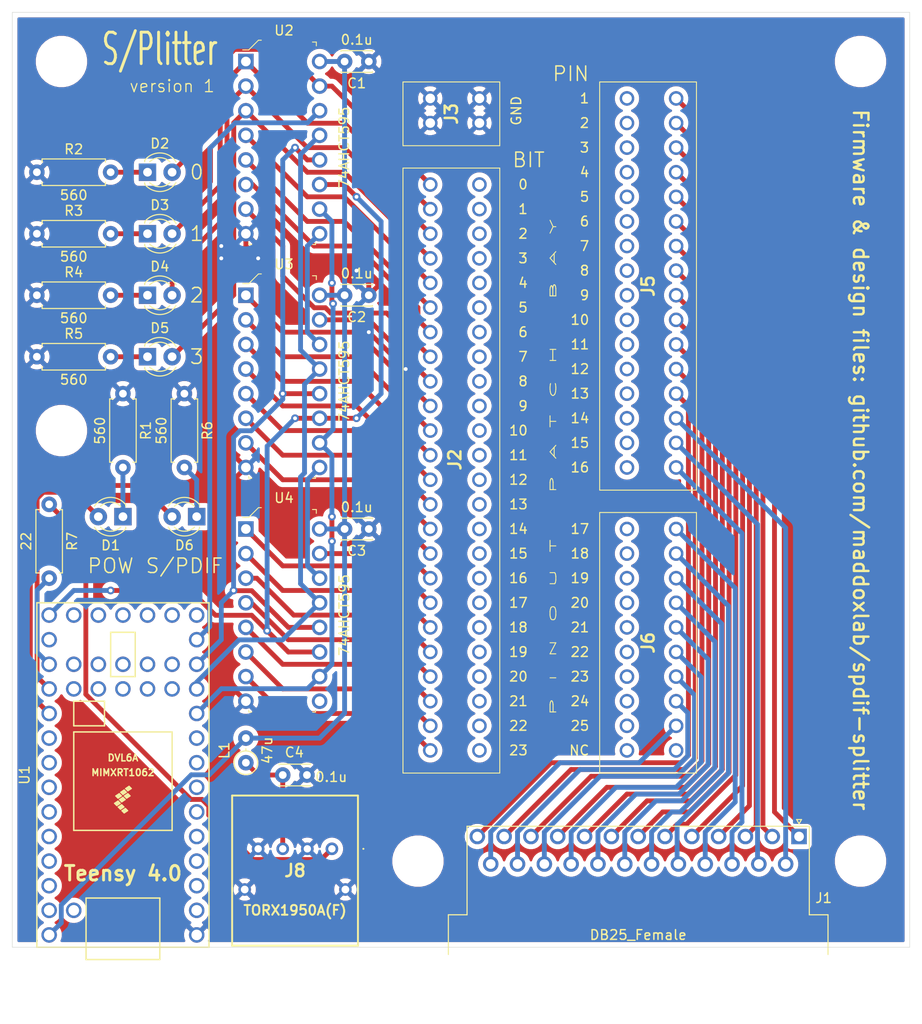
<source format=kicad_pcb>
(kicad_pcb (version 20171130) (host pcbnew "(5.1.9)-1")
  (layers (0 F.Cu signal) (31 B.Cu signal) (34 B.Paste user) (35 F.Paste user) (36 B.SilkS user) (37 F.SilkS user) (38 B.Mask user) (39 F.Mask user) (44 Edge.Cuts user))
  (net 0 "")
  (net 1 +5V)
  (net 2 GND)
  (net 3 "Net-(C4-Pad2)")
  (net 4 LED_POW)
  (net 5 "Net-(D1-Pad1)")
  (net 6 "Net-(D2-Pad2)")
  (net 7 "Net-(D2-Pad1)")
  (net 8 "Net-(D3-Pad2)")
  (net 9 "Net-(D3-Pad1)")
  (net 10 "Net-(D4-Pad2)")
  (net 11 "Net-(D4-Pad1)")
  (net 12 "Net-(D5-Pad2)")
  (net 13 "Net-(D5-Pad1)")
  (net 14 "Net-(D6-Pad1)")
  (net 15 SPDIF_IN)
  (net 16 "Net-(J1-Pad16)")
  (net 17 "Net-(J1-Pad13)")
  (net 18 "Net-(J1-Pad12)")
  (net 19 "Net-(J1-Pad11)")
  (net 20 "Net-(J1-Pad10)")
  (net 21 "Net-(J1-Pad9)")
  (net 22 "Net-(J1-Pad8)")
  (net 23 "Net-(J1-Pad7)")
  (net 24 "Net-(J1-Pad6)")
  (net 25 "Net-(J1-Pad5)")
  (net 26 "Net-(J1-Pad4)")
  (net 27 "Net-(J1-Pad3)")
  (net 28 "Net-(U1-Pad44)")
  (net 29 "Net-(U1-Pad43)")
  (net 30 "Net-(U1-Pad42)")
  (net 31 "Net-(U1-Pad41)")
  (net 32 "Net-(U1-Pad40)")
  (net 33 "Net-(U1-Pad39)")
  (net 34 "Net-(U1-Pad38)")
  (net 35 "Net-(U1-Pad37)")
  (net 36 "Net-(U1-Pad36)")
  (net 37 "Net-(U1-Pad35)")
  (net 38 "Net-(U1-Pad2)")
  (net 39 "Net-(U1-Pad3)")
  (net 40 "Net-(U1-Pad4)")
  (net 41 "Net-(U1-Pad5)")
  (net 42 "Net-(U1-Pad6)")
  (net 43 "Net-(U1-Pad7)")
  (net 44 "Net-(U1-Pad8)")
  (net 45 "Net-(U1-Pad9)")
  (net 46 REG_CLEAR)
  (net 47 SHIFT_ENABLE)
  (net 48 LATCH)
  (net 49 SPI_MOSI)
  (net 50 "Net-(U1-Pad32)")
  (net 51 "Net-(U1-Pad31)")
  (net 52 "Net-(U1-Pad30)")
  (net 53 "Net-(U1-Pad29)")
  (net 54 "Net-(U1-Pad28)")
  (net 55 "Net-(U1-Pad27)")
  (net 56 "Net-(U1-Pad26)")
  (net 57 "Net-(U1-Pad25)")
  (net 58 LED_SPDIF)
  (net 59 "Net-(U1-Pad21)")
  (net 60 "Net-(U1-Pad14)")
  (net 61 "Net-(U1-Pad15)")
  (net 62 "Net-(U1-Pad16)")
  (net 63 SPI_CLK)
  (net 64 "Net-(U1-Pad19)")
  (net 65 "Net-(U1-Pad18)")
  (net 66 "Net-(U1-Pad17)")
  (net 67 "Net-(U2-Pad9)")
  (net 68 "Net-(U3-Pad9)")
  (net 69 "Net-(U4-Pad9)")
  (net 70 "Net-(J1-Pad15)")
  (net 71 "Net-(J1-Pad14)")
  (net 72 "Net-(J1-Pad2)")
  (net 73 "Net-(J1-Pad1)")
  (net 74 "Net-(J2-Pad48)")
  (net 75 "Net-(J2-Pad47)")
  (net 76 "Net-(J2-Pad46)")
  (net 77 "Net-(J2-Pad45)")
  (net 78 "Net-(J2-Pad44)")
  (net 79 "Net-(J2-Pad43)")
  (net 80 "Net-(J2-Pad42)")
  (net 81 "Net-(J2-Pad41)")
  (net 82 "Net-(J2-Pad40)")
  (net 83 "Net-(J2-Pad39)")
  (net 84 "Net-(J2-Pad38)")
  (net 85 "Net-(J2-Pad37)")
  (net 86 "Net-(J2-Pad36)")
  (net 87 "Net-(J2-Pad35)")
  (net 88 "Net-(J2-Pad34)")
  (net 89 "Net-(J2-Pad33)")
  (net 90 "Net-(J2-Pad32)")
  (net 91 "Net-(J2-Pad31)")
  (net 92 "Net-(J2-Pad30)")
  (net 93 "Net-(J2-Pad29)")
  (net 94 "Net-(J2-Pad28)")
  (net 95 "Net-(J2-Pad27)")
  (net 96 "Net-(J2-Pad26)")
  (net 97 "Net-(J2-Pad25)")
  (net 98 "Net-(J2-Pad24)")
  (net 99 "Net-(J2-Pad23)")
  (net 100 "Net-(J2-Pad22)")
  (net 101 "Net-(J2-Pad21)")
  (net 102 "Net-(J2-Pad20)")
  (net 103 "Net-(J2-Pad19)")
  (net 104 "Net-(J2-Pad18)")
  (net 105 "Net-(J2-Pad17)")
  (net 106 "Net-(J2-Pad16)")
  (net 107 "Net-(J2-Pad15)")
  (net 108 "Net-(J2-Pad14)")
  (net 109 "Net-(J2-Pad13)")
  (net 110 "Net-(J2-Pad12)")
  (net 111 "Net-(J2-Pad11)")
  (net 112 "Net-(J2-Pad10)")
  (net 113 "Net-(J2-Pad9)")
  (net 114 "Net-(J2-Pad8)")
  (net 115 "Net-(J2-Pad6)")
  (net 116 "Net-(J2-Pad4)")
  (net 117 "Net-(J2-Pad2)")
  (net 118 "Net-(J5-Pad31)")
  (net 119 "Net-(J5-Pad29)")
  (net 120 "Net-(J5-Pad27)")
  (net 121 "Net-(J5-Pad25)")
  (net 122 "Net-(J5-Pad23)")
  (net 123 "Net-(J5-Pad21)")
  (net 124 "Net-(J5-Pad19)")
  (net 125 "Net-(J5-Pad17)")
  (net 126 "Net-(J5-Pad15)")
  (net 127 "Net-(J5-Pad13)")
  (net 128 "Net-(J5-Pad11)")
  (net 129 "Net-(J5-Pad9)")
  (net 130 "Net-(J5-Pad7)")
  (net 131 "Net-(J5-Pad5)")
  (net 132 "Net-(J5-Pad3)")
  (net 133 "Net-(J5-Pad1)")
  (net 134 "Net-(J1-Pad25)")
  (net 135 "Net-(J1-Pad24)")
  (net 136 "Net-(J1-Pad23)")
  (net 137 "Net-(J1-Pad22)")
  (net 138 "Net-(J1-Pad21)")
  (net 139 "Net-(J1-Pad20)")
  (net 140 "Net-(J1-Pad19)")
  (net 141 "Net-(J1-Pad18)")
  (net 142 "Net-(J1-Pad17)")
  (net 143 "Net-(J6-Pad20)")
  (net 144 "Net-(J6-Pad19)")
  (net 145 "Net-(J6-Pad17)")
  (net 146 "Net-(J6-Pad15)")
  (net 147 "Net-(J6-Pad13)")
  (net 148 "Net-(J6-Pad11)")
  (net 149 "Net-(J6-Pad9)")
  (net 150 "Net-(J6-Pad7)")
  (net 151 "Net-(J6-Pad5)")
  (net 152 "Net-(J6-Pad3)")
  (net 153 "Net-(J6-Pad1)")
  (net 154 "Net-(J8-Pad1)")
  (net 155 "Net-(U1-Pad34)")
  (module MountingHole:MountingHole_4.3mm_M4 (layer F.Cu) (at 144.78 153.67)
    (fp_text reference REF** (at 0 0) (layer F.SilkS))
    (fp_text value Hole_4.3mm_M4)
    (pad 1 np_thru_hole circle (at 0 0) (size 4.3 4.3) (drill 4.3) (layers *.Cu *.Mask))
  )
  (module MountingHole:MountingHole_4.3mm_M4 (layer F.Cu) (at 62.23 109.22)
    (fp_text reference REF** (at 0 0) (layer F.SilkS))
    (fp_text value Hole_4.3mm_M4)
    (pad 1 np_thru_hole circle (at 0 0) (size 4.3 4.3) (drill 4.3) (layers *.Cu *.Mask))
  )
  (module MountingHole:MountingHole_4.3mm_M4 (layer F.Cu) (at 144.78 71.12)
    (fp_text reference REF** (at 0 0) (layer F.SilkS))
    (fp_text value Hole_4.3mm_M4)
    (pad 1 np_thru_hole circle (at 0 0) (size 4.3 4.3) (drill 4.3) (layers *.Cu *.Mask))
  )
  (module MountingHole:MountingHole_4.3mm_M4 (layer F.Cu) (at 99.06 153.67)
    (fp_text reference REF** (at 0 0) (layer F.SilkS))
    (fp_text value Hole_4.3mm_M4)
    (pad 1 np_thru_hole circle (at 0 0) (size 4.3 4.3) (drill 4.3) (layers *.Cu *.Mask))
  )
  (module MountingHole:MountingHole_4.3mm_M4 (layer F.Cu) (at 62.23 71.12)
    (fp_text reference REF** (at 0 0) (layer F.SilkS))
    (fp_text value Hole_4.3mm_M4)
    (pad 1 np_thru_hole circle (at 0 0) (size 4.3 4.3) (drill 4.3) (layers *.Cu *.Mask))
  )
  (module teensy:Teensy40 (layer F.Cu) (at 68.58 144.78 90)
    (fp_text reference U1 (at 0 -10.16 90) (layer F.SilkS))
    (fp_text value Teensy4.0)
    (fp_text user DVL6A (at 1.778 0) (layer F.SilkS) (effects (font (size 0.7 0.7))))
    (fp_text user MIMXRT1062 (at 0.254 0) (layer F.SilkS) (effects (font (size 0.7 0.7))))
    (pad 44 thru_hole circle (at 8.89 5.08 90) (size 1.6 1.6) (drill 1.1) (layers *.Cu *.Mask) (net 28 "Net-(U1-Pad44)"))
    (pad 43 thru_hole circle (at 11.43 5.08 90) (size 1.6 1.6) (drill 1.1) (layers *.Cu *.Mask) (net 29 "Net-(U1-Pad43)"))
    (pad 42 thru_hole circle (at 8.89 2.54 90) (size 1.6 1.6) (drill 1.1) (layers *.Cu *.Mask) (net 30 "Net-(U1-Pad42)"))
    (pad 41 thru_hole circle (at 11.43 2.54 90) (size 1.6 1.6) (drill 1.1) (layers *.Cu *.Mask) (net 31 "Net-(U1-Pad41)"))
    (pad 40 thru_hole circle (at 8.89 0 90) (size 1.6 1.6) (drill 1.1) (layers *.Cu *.Mask) (net 32 "Net-(U1-Pad40)"))
    (pad 39 thru_hole circle (at 11.43 0 90) (size 1.6 1.6) (drill 1.1) (layers *.Cu *.Mask) (net 33 "Net-(U1-Pad39)"))
    (pad 38 thru_hole circle (at 8.89 -2.54 90) (size 1.6 1.6) (drill 1.1) (layers *.Cu *.Mask) (net 34 "Net-(U1-Pad38)"))
    (pad 37 thru_hole circle (at 11.43 -2.54 90) (size 1.6 1.6) (drill 1.1) (layers *.Cu *.Mask) (net 35 "Net-(U1-Pad37)"))
    (pad 36 thru_hole circle (at 8.89 -5.08 90) (size 1.6 1.6) (drill 1.1) (layers *.Cu *.Mask) (net 36 "Net-(U1-Pad36)"))
    (pad 35 thru_hole circle (at 11.43 -5.08 90) (size 1.6 1.6) (drill 1.1) (layers *.Cu *.Mask) (net 37 "Net-(U1-Pad35)"))
    (pad 1 thru_hole circle (at -16.51 7.62 90) (size 1.6 1.6) (drill 1.1) (layers *.Cu *.Mask) (net 2 GND))
    (pad 2 thru_hole circle (at -13.97 7.62 90) (size 1.6 1.6) (drill 1.1) (layers *.Cu *.Mask) (net 38 "Net-(U1-Pad2)"))
    (pad 3 thru_hole circle (at -11.43 7.62 90) (size 1.6 1.6) (drill 1.1) (layers *.Cu *.Mask) (net 39 "Net-(U1-Pad3)"))
    (pad 4 thru_hole circle (at -8.89 7.62 90) (size 1.6 1.6) (drill 1.1) (layers *.Cu *.Mask) (net 40 "Net-(U1-Pad4)"))
    (pad 5 thru_hole circle (at -6.35 7.62 90) (size 1.6 1.6) (drill 1.1) (layers *.Cu *.Mask) (net 41 "Net-(U1-Pad5)"))
    (pad 6 thru_hole circle (at -3.81 7.62 90) (size 1.6 1.6) (drill 1.1) (layers *.Cu *.Mask) (net 42 "Net-(U1-Pad6)"))
    (pad 7 thru_hole circle (at -1.27 7.62 90) (size 1.6 1.6) (drill 1.1) (layers *.Cu *.Mask) (net 43 "Net-(U1-Pad7)"))
    (pad 8 thru_hole circle (at 1.27 7.62 90) (size 1.6 1.6) (drill 1.1) (layers *.Cu *.Mask) (net 44 "Net-(U1-Pad8)"))
    (pad 9 thru_hole circle (at 3.81 7.62 90) (size 1.6 1.6) (drill 1.1) (layers *.Cu *.Mask) (net 45 "Net-(U1-Pad9)"))
    (pad 10 thru_hole circle (at 6.35 7.62 90) (size 1.6 1.6) (drill 1.1) (layers *.Cu *.Mask) (net 46 REG_CLEAR))
    (pad 11 thru_hole circle (at 8.89 7.62 90) (size 1.6 1.6) (drill 1.1) (layers *.Cu *.Mask) (net 47 SHIFT_ENABLE))
    (pad 12 thru_hole circle (at 11.43 7.62 90) (size 1.6 1.6) (drill 1.1) (layers *.Cu *.Mask) (net 48 LATCH))
    (pad 13 thru_hole circle (at 13.97 7.62 90) (size 1.6 1.6) (drill 1.1) (layers *.Cu *.Mask) (net 49 SPI_MOSI))
    (pad 34 thru_hole circle (at -13.97 -5.08 90) (size 1.6 1.6) (drill 1.1) (layers *.Cu *.Mask) (net 155 "Net-(U1-Pad34)"))
    (pad 33 thru_hole circle (at -16.51 -7.62 90) (size 1.6 1.6) (drill 1.1) (layers *.Cu *.Mask) (net 1 +5V))
    (pad 32 thru_hole circle (at -13.97 -7.62 90) (size 1.6 1.6) (drill 1.1) (layers *.Cu *.Mask) (net 50 "Net-(U1-Pad32)"))
    (pad 31 thru_hole circle (at -11.43 -7.62 90) (size 1.6 1.6) (drill 1.1) (layers *.Cu *.Mask) (net 51 "Net-(U1-Pad31)"))
    (pad 30 thru_hole circle (at -8.89 -7.62 90) (size 1.6 1.6) (drill 1.1) (layers *.Cu *.Mask) (net 52 "Net-(U1-Pad30)"))
    (pad 29 thru_hole circle (at -6.35 -7.62 90) (size 1.6 1.6) (drill 1.1) (layers *.Cu *.Mask) (net 53 "Net-(U1-Pad29)"))
    (pad 28 thru_hole circle (at -3.81 -7.62 90) (size 1.6 1.6) (drill 1.1) (layers *.Cu *.Mask) (net 54 "Net-(U1-Pad28)"))
    (pad 27 thru_hole circle (at -1.27 -7.62 90) (size 1.6 1.6) (drill 1.1) (layers *.Cu *.Mask) (net 55 "Net-(U1-Pad27)"))
    (pad 26 thru_hole circle (at 1.27 -7.62 90) (size 1.6 1.6) (drill 1.1) (layers *.Cu *.Mask) (net 56 "Net-(U1-Pad26)"))
    (pad 25 thru_hole circle (at 3.81 -7.62 90) (size 1.6 1.6) (drill 1.1) (layers *.Cu *.Mask) (net 57 "Net-(U1-Pad25)"))
    (pad 24 thru_hole circle (at 6.35 -7.62 90) (size 1.6 1.6) (drill 1.1) (layers *.Cu *.Mask) (net 58 LED_SPDIF))
    (pad 23 thru_hole circle (at 8.89 -7.62 90) (size 1.6 1.6) (drill 1.1) (layers *.Cu *.Mask) (net 4 LED_POW))
    (pad 22 thru_hole circle (at 11.43 -7.62 90) (size 1.6 1.6) (drill 1.1) (layers *.Cu *.Mask) (net 15 SPDIF_IN))
    (pad 21 thru_hole circle (at 13.97 -7.62 90) (size 1.6 1.6) (drill 1.1) (layers *.Cu *.Mask) (net 59 "Net-(U1-Pad21)"))
    (pad 14 thru_hole circle (at 16.51 7.62 90) (size 1.6 1.6) (drill 1.1) (layers *.Cu *.Mask) (net 60 "Net-(U1-Pad14)"))
    (pad 15 thru_hole circle (at 16.51 5.08 90) (size 1.6 1.6) (drill 1.1) (layers *.Cu *.Mask) (net 61 "Net-(U1-Pad15)"))
    (pad 16 thru_hole circle (at 16.51 2.54 90) (size 1.6 1.6) (drill 1.1) (layers *.Cu *.Mask) (net 62 "Net-(U1-Pad16)"))
    (pad 20 thru_hole circle (at 16.51 -7.62 90) (size 1.6 1.6) (drill 1.1) (layers *.Cu *.Mask) (net 63 SPI_CLK))
    (pad 19 thru_hole circle (at 16.51 -5.08 90) (size 1.6 1.6) (drill 1.1) (layers *.Cu *.Mask) (net 64 "Net-(U1-Pad19)"))
    (pad 18 thru_hole circle (at 16.51 -2.54 90) (size 1.6 1.6) (drill 1.1) (layers *.Cu *.Mask) (net 65 "Net-(U1-Pad18)"))
    (pad 17 thru_hole circle (at 16.51 0 90) (size 1.6 1.6) (drill 1.1) (layers *.Cu *.Mask) (net 66 "Net-(U1-Pad17)"))
  )
  (module digikey-footprints:DIP-16_W7.62mm (layer F.Cu) (at 81.28 71.12)
    (fp_text reference U2 (at 3.94 -3.2) (layer F.SilkS))
    (fp_text value 74AHCT595 (at 10.16 8.89 90) (layer F.SilkS))
    (pad 9 thru_hole circle (at 7.62 17.78) (size 1.6 1.6) (drill 1) (layers *.Cu *.Mask) (net 67 "Net-(U2-Pad9)"))
    (pad 8 thru_hole circle (at 0 17.78) (size 1.6 1.6) (drill 1) (layers *.Cu *.Mask) (net 2 GND))
    (pad 16 thru_hole circle (at 7.62 0) (size 1.6 1.6) (drill 1) (layers *.Cu *.Mask) (net 1 +5V))
    (pad 15 thru_hole circle (at 7.62 2.54) (size 1.6 1.6) (drill 1) (layers *.Cu *.Mask) (net 6 "Net-(D2-Pad2)"))
    (pad 14 thru_hole circle (at 7.62 5.08) (size 1.6 1.6) (drill 1) (layers *.Cu *.Mask) (net 49 SPI_MOSI))
    (pad 13 thru_hole circle (at 7.62 7.62) (size 1.6 1.6) (drill 1) (layers *.Cu *.Mask) (net 47 SHIFT_ENABLE))
    (pad 12 thru_hole circle (at 7.62 10.16) (size 1.6 1.6) (drill 1) (layers *.Cu *.Mask) (net 48 LATCH))
    (pad 11 thru_hole circle (at 7.62 12.7) (size 1.6 1.6) (drill 1) (layers *.Cu *.Mask) (net 63 SPI_CLK))
    (pad 10 thru_hole circle (at 7.62 15.24) (size 1.6 1.6) (drill 1) (layers *.Cu *.Mask) (net 46 REG_CLEAR))
    (pad 7 thru_hole circle (at 0 15.24) (size 1.6 1.6) (drill 1) (layers *.Cu *.Mask) (net 107 "Net-(J2-Pad15)"))
    (pad 6 thru_hole circle (at 0 12.7) (size 1.6 1.6) (drill 1) (layers *.Cu *.Mask) (net 109 "Net-(J2-Pad13)"))
    (pad 5 thru_hole circle (at 0 10.16) (size 1.6 1.6) (drill 1) (layers *.Cu *.Mask) (net 111 "Net-(J2-Pad11)"))
    (pad 4 thru_hole circle (at 0 7.62) (size 1.6 1.6) (drill 1) (layers *.Cu *.Mask) (net 113 "Net-(J2-Pad9)"))
    (pad 3 thru_hole circle (at 0 5.08) (size 1.6 1.6) (drill 1) (layers *.Cu *.Mask) (net 12 "Net-(D5-Pad2)"))
    (pad 2 thru_hole circle (at 0 2.54) (size 1.6 1.6) (drill 1) (layers *.Cu *.Mask) (net 10 "Net-(D4-Pad2)"))
    (pad 1 thru_hole rect (at 0 0) (size 1.6 1.6) (drill 1) (layers *.Cu *.Mask) (net 8 "Net-(D3-Pad2)"))
  )
  (module digikey-footprints:DIP-16_W7.62mm (layer F.Cu) (at 81.28 95.25)
    (fp_text reference U3 (at 3.94 -3.2) (layer F.SilkS))
    (fp_text value 74AHCT595 (at 10.16 8.89 90) (layer F.SilkS))
    (pad 9 thru_hole circle (at 7.62 17.78) (size 1.6 1.6) (drill 1) (layers *.Cu *.Mask) (net 68 "Net-(U3-Pad9)"))
    (pad 8 thru_hole circle (at 0 17.78) (size 1.6 1.6) (drill 1) (layers *.Cu *.Mask) (net 2 GND))
    (pad 16 thru_hole circle (at 7.62 0) (size 1.6 1.6) (drill 1) (layers *.Cu *.Mask) (net 1 +5V))
    (pad 15 thru_hole circle (at 7.62 2.54) (size 1.6 1.6) (drill 1) (layers *.Cu *.Mask) (net 105 "Net-(J2-Pad17)"))
    (pad 14 thru_hole circle (at 7.62 5.08) (size 1.6 1.6) (drill 1) (layers *.Cu *.Mask) (net 67 "Net-(U2-Pad9)"))
    (pad 13 thru_hole circle (at 7.62 7.62) (size 1.6 1.6) (drill 1) (layers *.Cu *.Mask) (net 47 SHIFT_ENABLE))
    (pad 12 thru_hole circle (at 7.62 10.16) (size 1.6 1.6) (drill 1) (layers *.Cu *.Mask) (net 48 LATCH))
    (pad 11 thru_hole circle (at 7.62 12.7) (size 1.6 1.6) (drill 1) (layers *.Cu *.Mask) (net 63 SPI_CLK))
    (pad 10 thru_hole circle (at 7.62 15.24) (size 1.6 1.6) (drill 1) (layers *.Cu *.Mask) (net 46 REG_CLEAR))
    (pad 7 thru_hole circle (at 0 15.24) (size 1.6 1.6) (drill 1) (layers *.Cu *.Mask) (net 91 "Net-(J2-Pad31)"))
    (pad 6 thru_hole circle (at 0 12.7) (size 1.6 1.6) (drill 1) (layers *.Cu *.Mask) (net 93 "Net-(J2-Pad29)"))
    (pad 5 thru_hole circle (at 0 10.16) (size 1.6 1.6) (drill 1) (layers *.Cu *.Mask) (net 95 "Net-(J2-Pad27)"))
    (pad 4 thru_hole circle (at 0 7.62) (size 1.6 1.6) (drill 1) (layers *.Cu *.Mask) (net 97 "Net-(J2-Pad25)"))
    (pad 3 thru_hole circle (at 0 5.08) (size 1.6 1.6) (drill 1) (layers *.Cu *.Mask) (net 99 "Net-(J2-Pad23)"))
    (pad 2 thru_hole circle (at 0 2.54) (size 1.6 1.6) (drill 1) (layers *.Cu *.Mask) (net 101 "Net-(J2-Pad21)"))
    (pad 1 thru_hole rect (at 0 0) (size 1.6 1.6) (drill 1) (layers *.Cu *.Mask) (net 103 "Net-(J2-Pad19)"))
  )
  (module digikey-footprints:DIP-16_W7.62mm (layer F.Cu) (at 81.28 119.38)
    (fp_text reference U4 (at 3.94 -3.2) (layer F.SilkS))
    (fp_text value 74AHCT595 (at 10.16 8.89 90) (layer F.SilkS))
    (pad 9 thru_hole circle (at 7.62 17.78) (size 1.6 1.6) (drill 1) (layers *.Cu *.Mask) (net 69 "Net-(U4-Pad9)"))
    (pad 8 thru_hole circle (at 0 17.78) (size 1.6 1.6) (drill 1) (layers *.Cu *.Mask) (net 2 GND))
    (pad 16 thru_hole circle (at 7.62 0) (size 1.6 1.6) (drill 1) (layers *.Cu *.Mask) (net 1 +5V))
    (pad 15 thru_hole circle (at 7.62 2.54) (size 1.6 1.6) (drill 1) (layers *.Cu *.Mask) (net 89 "Net-(J2-Pad33)"))
    (pad 14 thru_hole circle (at 7.62 5.08) (size 1.6 1.6) (drill 1) (layers *.Cu *.Mask) (net 68 "Net-(U3-Pad9)"))
    (pad 13 thru_hole circle (at 7.62 7.62) (size 1.6 1.6) (drill 1) (layers *.Cu *.Mask) (net 47 SHIFT_ENABLE))
    (pad 12 thru_hole circle (at 7.62 10.16) (size 1.6 1.6) (drill 1) (layers *.Cu *.Mask) (net 48 LATCH))
    (pad 11 thru_hole circle (at 7.62 12.7) (size 1.6 1.6) (drill 1) (layers *.Cu *.Mask) (net 63 SPI_CLK))
    (pad 10 thru_hole circle (at 7.62 15.24) (size 1.6 1.6) (drill 1) (layers *.Cu *.Mask) (net 46 REG_CLEAR))
    (pad 7 thru_hole circle (at 0 15.24) (size 1.6 1.6) (drill 1) (layers *.Cu *.Mask) (net 75 "Net-(J2-Pad47)"))
    (pad 6 thru_hole circle (at 0 12.7) (size 1.6 1.6) (drill 1) (layers *.Cu *.Mask) (net 77 "Net-(J2-Pad45)"))
    (pad 5 thru_hole circle (at 0 10.16) (size 1.6 1.6) (drill 1) (layers *.Cu *.Mask) (net 79 "Net-(J2-Pad43)"))
    (pad 4 thru_hole circle (at 0 7.62) (size 1.6 1.6) (drill 1) (layers *.Cu *.Mask) (net 81 "Net-(J2-Pad41)"))
    (pad 3 thru_hole circle (at 0 5.08) (size 1.6 1.6) (drill 1) (layers *.Cu *.Mask) (net 83 "Net-(J2-Pad39)"))
    (pad 2 thru_hole circle (at 0 2.54) (size 1.6 1.6) (drill 1) (layers *.Cu *.Mask) (net 85 "Net-(J2-Pad37)"))
    (pad 1 thru_hole rect (at 0 0) (size 1.6 1.6) (drill 1) (layers *.Cu *.Mask) (net 87 "Net-(J2-Pad35)"))
  )
  (module Capacitor_THT:C_Disc_D3.0mm_W2.0mm_P2.50mm (layer F.Cu) (at 93.98 119.38 180)
    (fp_text reference C3 (at 1.25 -2.25) (layer F.SilkS))
    (fp_text value 0.1u (at 1.25 2.25) (layer F.SilkS))
    (pad 2 thru_hole circle (at 2.5 0 180) (size 1.6 1.6) (drill 0.8) (layers *.Cu *.Mask) (net 1 +5V))
    (pad 1 thru_hole circle (at 0 0 180) (size 1.6 1.6) (drill 0.8) (layers *.Cu *.Mask) (net 2 GND))
  )
  (module Inductor_THT:L_Axial_L5.3mm_D2.2mm_P2.54mm_Vertical_Vishay_IM-1 (layer F.Cu) (at 81.28 143.51 90)
    (fp_text reference L1 (at 1.27 -2.22 90) (layer F.SilkS))
    (fp_text value 47u (at 1.27 2.22 90) (layer F.SilkS))
    (pad 2 thru_hole oval (at 2.54 0 90) (size 1.6 1.6) (drill 0.8) (layers *.Cu *.Mask) (net 1 +5V))
    (pad 1 thru_hole circle (at 0 0 90) (size 1.6 1.6) (drill 0.8) (layers *.Cu *.Mask) (net 3 "Net-(C4-Pad2)"))
  )
  (module Resistor_THT:R_Axial_DIN0207_L6.3mm_D2.5mm_P7.62mm_Horizontal (layer F.Cu) (at 60.96 116.84 270)
    (fp_text reference R7 (at 3.81 -2.37 90) (layer F.SilkS))
    (fp_text value 22 (at 3.81 2.37 90) (layer F.SilkS))
    (pad 2 thru_hole oval (at 7.62 0 270) (size 1.6 1.6) (drill 0.8) (layers *.Cu *.Mask) (net 15 SPDIF_IN))
    (pad 1 thru_hole circle (at 0 0 270) (size 1.6 1.6) (drill 0.8) (layers *.Cu *.Mask) (net 154 "Net-(J8-Pad1)"))
  )
  (module SamacSys_Parts:TBL009V25416GY2GY (layer F.Cu) (at 120.65 74.93 270)
    (fp_text reference J5 (at 19.37 -2.18 90) (layer F.SilkS) (effects (font (size 1.27 1.27) (thickness 0.254))))
    (fp_text value TBL009V-254-16GY-2GY hide)
    (pad 32 thru_hole circle (at 38.1 -5.08 270) (size 1.5 1.5) (drill 1) (layers *.Cu *.Mask) (net 16 "Net-(J1-Pad16)"))
    (pad 31 thru_hole circle (at 38.1 0 270) (size 1.5 1.5) (drill 1) (layers *.Cu *.Mask) (net 118 "Net-(J5-Pad31)"))
    (pad 30 thru_hole circle (at 35.56 -5.08 270) (size 1.5 1.5) (drill 1) (layers *.Cu *.Mask) (net 70 "Net-(J1-Pad15)"))
    (pad 29 thru_hole circle (at 35.56 0 270) (size 1.5 1.5) (drill 1) (layers *.Cu *.Mask) (net 119 "Net-(J5-Pad29)"))
    (pad 28 thru_hole circle (at 33.02 -5.08 270) (size 1.5 1.5) (drill 1) (layers *.Cu *.Mask) (net 71 "Net-(J1-Pad14)"))
    (pad 27 thru_hole circle (at 33.02 0 270) (size 1.5 1.5) (drill 1) (layers *.Cu *.Mask) (net 120 "Net-(J5-Pad27)"))
    (pad 26 thru_hole circle (at 30.48 -5.08 270) (size 1.5 1.5) (drill 1) (layers *.Cu *.Mask) (net 17 "Net-(J1-Pad13)"))
    (pad 25 thru_hole circle (at 30.48 0 270) (size 1.5 1.5) (drill 1) (layers *.Cu *.Mask) (net 121 "Net-(J5-Pad25)"))
    (pad 24 thru_hole circle (at 27.94 -5.08 270) (size 1.5 1.5) (drill 1) (layers *.Cu *.Mask) (net 18 "Net-(J1-Pad12)"))
    (pad 23 thru_hole circle (at 27.94 0 270) (size 1.5 1.5) (drill 1) (layers *.Cu *.Mask) (net 122 "Net-(J5-Pad23)"))
    (pad 22 thru_hole circle (at 25.4 -5.08 270) (size 1.5 1.5) (drill 1) (layers *.Cu *.Mask) (net 19 "Net-(J1-Pad11)"))
    (pad 21 thru_hole circle (at 25.4 0 270) (size 1.5 1.5) (drill 1) (layers *.Cu *.Mask) (net 123 "Net-(J5-Pad21)"))
    (pad 20 thru_hole circle (at 22.86 -5.08 270) (size 1.5 1.5) (drill 1) (layers *.Cu *.Mask) (net 20 "Net-(J1-Pad10)"))
    (pad 19 thru_hole circle (at 22.86 0 270) (size 1.5 1.5) (drill 1) (layers *.Cu *.Mask) (net 124 "Net-(J5-Pad19)"))
    (pad 18 thru_hole circle (at 20.32 -5.08 270) (size 1.5 1.5) (drill 1) (layers *.Cu *.Mask) (net 21 "Net-(J1-Pad9)"))
    (pad 17 thru_hole circle (at 20.32 0 270) (size 1.5 1.5) (drill 1) (layers *.Cu *.Mask) (net 125 "Net-(J5-Pad17)"))
    (pad 16 thru_hole circle (at 17.78 -5.08 270) (size 1.5 1.5) (drill 1) (layers *.Cu *.Mask) (net 22 "Net-(J1-Pad8)"))
    (pad 15 thru_hole circle (at 17.78 0 270) (size 1.5 1.5) (drill 1) (layers *.Cu *.Mask) (net 126 "Net-(J5-Pad15)"))
    (pad 14 thru_hole circle (at 15.24 -5.08 270) (size 1.5 1.5) (drill 1) (layers *.Cu *.Mask) (net 23 "Net-(J1-Pad7)"))
    (pad 13 thru_hole circle (at 15.24 0 270) (size 1.5 1.5) (drill 1) (layers *.Cu *.Mask) (net 127 "Net-(J5-Pad13)"))
    (pad 12 thru_hole circle (at 12.7 -5.08 270) (size 1.5 1.5) (drill 1) (layers *.Cu *.Mask) (net 24 "Net-(J1-Pad6)"))
    (pad 11 thru_hole circle (at 12.7 0 270) (size 1.5 1.5) (drill 1) (layers *.Cu *.Mask) (net 128 "Net-(J5-Pad11)"))
    (pad 10 thru_hole circle (at 10.16 -5.08 270) (size 1.5 1.5) (drill 1) (layers *.Cu *.Mask) (net 25 "Net-(J1-Pad5)"))
    (pad 9 thru_hole circle (at 10.16 0 270) (size 1.5 1.5) (drill 1) (layers *.Cu *.Mask) (net 129 "Net-(J5-Pad9)"))
    (pad 8 thru_hole circle (at 7.62 -5.08 270) (size 1.5 1.5) (drill 1) (layers *.Cu *.Mask) (net 26 "Net-(J1-Pad4)"))
    (pad 7 thru_hole circle (at 7.62 0 270) (size 1.5 1.5) (drill 1) (layers *.Cu *.Mask) (net 130 "Net-(J5-Pad7)"))
    (pad 6 thru_hole circle (at 5.08 -5.08 270) (size 1.5 1.5) (drill 1) (layers *.Cu *.Mask) (net 27 "Net-(J1-Pad3)"))
    (pad 5 thru_hole circle (at 5.08 0 270) (size 1.5 1.5) (drill 1) (layers *.Cu *.Mask) (net 131 "Net-(J5-Pad5)"))
    (pad 4 thru_hole circle (at 2.54 -5.08 270) (size 1.5 1.5) (drill 1) (layers *.Cu *.Mask) (net 72 "Net-(J1-Pad2)"))
    (pad 3 thru_hole circle (at 2.54 0 270) (size 1.5 1.5) (drill 1) (layers *.Cu *.Mask) (net 132 "Net-(J5-Pad3)"))
    (pad 2 thru_hole circle (at 0 -5.08 270) (size 1.5 1.5) (drill 1) (layers *.Cu *.Mask) (net 73 "Net-(J1-Pad1)"))
    (pad 1 thru_hole circle (at 0 0 270) (size 1.5 1.5) (drill 1) (layers *.Cu *.Mask) (net 133 "Net-(J5-Pad1)"))
  )
  (module SamacSys_Parts:TBL009V25402GY2GY (layer F.Cu) (at 100.33 74.93 270)
    (fp_text reference J3 (at 1.59 -2.18 90) (layer F.SilkS) (effects (font (size 1.27 1.27) (thickness 0.254))))
    (fp_text value TBL009V-254-02GY-2GY hide)
    (pad 4 thru_hole circle (at 2.54 -5.08 270) (size 1.5 1.5) (drill 1) (layers *.Cu *.Mask) (net 2 GND))
    (pad 3 thru_hole circle (at 2.54 0 270) (size 1.5 1.5) (drill 1) (layers *.Cu *.Mask) (net 2 GND))
    (pad 2 thru_hole circle (at 0 -5.08 270) (size 1.5 1.5) (drill 1) (layers *.Cu *.Mask) (net 2 GND))
    (pad 1 thru_hole circle (at 0 0 270) (size 1.5 1.5) (drill 1) (layers *.Cu *.Mask) (net 2 GND))
  )
  (module SamacSys_Parts:TBL009V25424GY2GY (layer F.Cu) (at 100.33 83.82 270)
    (fp_text reference J2 (at 28.4 -2.54 90) (layer F.SilkS) (effects (font (size 1.27 1.27) (thickness 0.254))))
    (fp_text value TBL009V-254-24GY-2GY hide)
    (pad 48 thru_hole circle (at 58.42 -5.08 270) (size 1.5 1.5) (drill 1) (layers *.Cu *.Mask) (net 74 "Net-(J2-Pad48)"))
    (pad 47 thru_hole circle (at 58.42 0 270) (size 1.5 1.5) (drill 1) (layers *.Cu *.Mask) (net 75 "Net-(J2-Pad47)"))
    (pad 46 thru_hole circle (at 55.88 -5.08 270) (size 1.5 1.5) (drill 1) (layers *.Cu *.Mask) (net 76 "Net-(J2-Pad46)"))
    (pad 45 thru_hole circle (at 55.88 0 270) (size 1.5 1.5) (drill 1) (layers *.Cu *.Mask) (net 77 "Net-(J2-Pad45)"))
    (pad 44 thru_hole circle (at 53.34 -5.08 270) (size 1.5 1.5) (drill 1) (layers *.Cu *.Mask) (net 78 "Net-(J2-Pad44)"))
    (pad 43 thru_hole circle (at 53.34 0 270) (size 1.5 1.5) (drill 1) (layers *.Cu *.Mask) (net 79 "Net-(J2-Pad43)"))
    (pad 42 thru_hole circle (at 50.8 -5.08 270) (size 1.5 1.5) (drill 1) (layers *.Cu *.Mask) (net 80 "Net-(J2-Pad42)"))
    (pad 41 thru_hole circle (at 50.8 0 270) (size 1.5 1.5) (drill 1) (layers *.Cu *.Mask) (net 81 "Net-(J2-Pad41)"))
    (pad 40 thru_hole circle (at 48.26 -5.08 270) (size 1.5 1.5) (drill 1) (layers *.Cu *.Mask) (net 82 "Net-(J2-Pad40)"))
    (pad 39 thru_hole circle (at 48.26 0 270) (size 1.5 1.5) (drill 1) (layers *.Cu *.Mask) (net 83 "Net-(J2-Pad39)"))
    (pad 38 thru_hole circle (at 45.72 -5.08 270) (size 1.5 1.5) (drill 1) (layers *.Cu *.Mask) (net 84 "Net-(J2-Pad38)"))
    (pad 37 thru_hole circle (at 45.72 0 270) (size 1.5 1.5) (drill 1) (layers *.Cu *.Mask) (net 85 "Net-(J2-Pad37)"))
    (pad 36 thru_hole circle (at 43.18 -5.08 270) (size 1.5 1.5) (drill 1) (layers *.Cu *.Mask) (net 86 "Net-(J2-Pad36)"))
    (pad 35 thru_hole circle (at 43.18 0 270) (size 1.5 1.5) (drill 1) (layers *.Cu *.Mask) (net 87 "Net-(J2-Pad35)"))
    (pad 34 thru_hole circle (at 40.64 -5.08 270) (size 1.5 1.5) (drill 1) (layers *.Cu *.Mask) (net 88 "Net-(J2-Pad34)"))
    (pad 33 thru_hole circle (at 40.64 0 270) (size 1.5 1.5) (drill 1) (layers *.Cu *.Mask) (net 89 "Net-(J2-Pad33)"))
    (pad 32 thru_hole circle (at 38.1 -5.08 270) (size 1.5 1.5) (drill 1) (layers *.Cu *.Mask) (net 90 "Net-(J2-Pad32)"))
    (pad 31 thru_hole circle (at 38.1 0 270) (size 1.5 1.5) (drill 1) (layers *.Cu *.Mask) (net 91 "Net-(J2-Pad31)"))
    (pad 30 thru_hole circle (at 35.56 -5.08 270) (size 1.5 1.5) (drill 1) (layers *.Cu *.Mask) (net 92 "Net-(J2-Pad30)"))
    (pad 29 thru_hole circle (at 35.56 0 270) (size 1.5 1.5) (drill 1) (layers *.Cu *.Mask) (net 93 "Net-(J2-Pad29)"))
    (pad 28 thru_hole circle (at 33.02 -5.08 270) (size 1.5 1.5) (drill 1) (layers *.Cu *.Mask) (net 94 "Net-(J2-Pad28)"))
    (pad 27 thru_hole circle (at 33.02 0 270) (size 1.5 1.5) (drill 1) (layers *.Cu *.Mask) (net 95 "Net-(J2-Pad27)"))
    (pad 26 thru_hole circle (at 30.48 -5.08 270) (size 1.5 1.5) (drill 1) (layers *.Cu *.Mask) (net 96 "Net-(J2-Pad26)"))
    (pad 25 thru_hole circle (at 30.48 0 270) (size 1.5 1.5) (drill 1) (layers *.Cu *.Mask) (net 97 "Net-(J2-Pad25)"))
    (pad 24 thru_hole circle (at 27.94 -5.08 270) (size 1.5 1.5) (drill 1) (layers *.Cu *.Mask) (net 98 "Net-(J2-Pad24)"))
    (pad 23 thru_hole circle (at 27.94 0 270) (size 1.5 1.5) (drill 1) (layers *.Cu *.Mask) (net 99 "Net-(J2-Pad23)"))
    (pad 22 thru_hole circle (at 25.4 -5.08 270) (size 1.5 1.5) (drill 1) (layers *.Cu *.Mask) (net 100 "Net-(J2-Pad22)"))
    (pad 21 thru_hole circle (at 25.4 0 270) (size 1.5 1.5) (drill 1) (layers *.Cu *.Mask) (net 101 "Net-(J2-Pad21)"))
    (pad 20 thru_hole circle (at 22.86 -5.08 270) (size 1.5 1.5) (drill 1) (layers *.Cu *.Mask) (net 102 "Net-(J2-Pad20)"))
    (pad 19 thru_hole circle (at 22.86 0 270) (size 1.5 1.5) (drill 1) (layers *.Cu *.Mask) (net 103 "Net-(J2-Pad19)"))
    (pad 18 thru_hole circle (at 20.32 -5.08 270) (size 1.5 1.5) (drill 1) (layers *.Cu *.Mask) (net 104 "Net-(J2-Pad18)"))
    (pad 17 thru_hole circle (at 20.32 0 270) (size 1.5 1.5) (drill 1) (layers *.Cu *.Mask) (net 105 "Net-(J2-Pad17)"))
    (pad 16 thru_hole circle (at 17.78 -5.08 270) (size 1.5 1.5) (drill 1) (layers *.Cu *.Mask) (net 106 "Net-(J2-Pad16)"))
    (pad 15 thru_hole circle (at 17.78 0 270) (size 1.5 1.5) (drill 1) (layers *.Cu *.Mask) (net 107 "Net-(J2-Pad15)"))
    (pad 14 thru_hole circle (at 15.24 -5.08 270) (size 1.5 1.5) (drill 1) (layers *.Cu *.Mask) (net 108 "Net-(J2-Pad14)"))
    (pad 13 thru_hole circle (at 15.24 0 270) (size 1.5 1.5) (drill 1) (layers *.Cu *.Mask) (net 109 "Net-(J2-Pad13)"))
    (pad 12 thru_hole circle (at 12.7 -5.08 270) (size 1.5 1.5) (drill 1) (layers *.Cu *.Mask) (net 110 "Net-(J2-Pad12)"))
    (pad 11 thru_hole circle (at 12.7 0 270) (size 1.5 1.5) (drill 1) (layers *.Cu *.Mask) (net 111 "Net-(J2-Pad11)"))
    (pad 10 thru_hole circle (at 10.16 -5.08 270) (size 1.5 1.5) (drill 1) (layers *.Cu *.Mask) (net 112 "Net-(J2-Pad10)"))
    (pad 9 thru_hole circle (at 10.16 0 270) (size 1.5 1.5) (drill 1) (layers *.Cu *.Mask) (net 113 "Net-(J2-Pad9)"))
    (pad 8 thru_hole circle (at 7.62 -5.08 270) (size 1.5 1.5) (drill 1) (layers *.Cu *.Mask) (net 114 "Net-(J2-Pad8)"))
    (pad 7 thru_hole circle (at 7.62 0 270) (size 1.5 1.5) (drill 1) (layers *.Cu *.Mask) (net 12 "Net-(D5-Pad2)"))
    (pad 6 thru_hole circle (at 5.08 -5.08 270) (size 1.5 1.5) (drill 1) (layers *.Cu *.Mask) (net 115 "Net-(J2-Pad6)"))
    (pad 5 thru_hole circle (at 5.08 0 270) (size 1.5 1.5) (drill 1) (layers *.Cu *.Mask) (net 10 "Net-(D4-Pad2)"))
    (pad 4 thru_hole circle (at 2.54 -5.08 270) (size 1.5 1.5) (drill 1) (layers *.Cu *.Mask) (net 116 "Net-(J2-Pad4)"))
    (pad 3 thru_hole circle (at 2.54 0 270) (size 1.5 1.5) (drill 1) (layers *.Cu *.Mask) (net 8 "Net-(D3-Pad2)"))
    (pad 2 thru_hole circle (at 0 -5.08 270) (size 1.5 1.5) (drill 1) (layers *.Cu *.Mask) (net 117 "Net-(J2-Pad2)"))
    (pad 1 thru_hole circle (at 0 0 270) (size 1.5 1.5) (drill 1) (layers *.Cu *.Mask) (net 6 "Net-(D2-Pad2)"))
  )
  (module SamacSys_Parts:TBL009V25410GY2GY (layer F.Cu) (at 120.65 119.38 270)
    (fp_text reference J6 (at 11.75 -2.18 90) (layer F.SilkS) (effects (font (size 1.27 1.27) (thickness 0.254))))
    (fp_text value TBL009V-254-10GY-2GY hide)
    (pad 20 thru_hole circle (at 22.86 -5.08 270) (size 1.5 1.5) (drill 1) (layers *.Cu *.Mask) (net 143 "Net-(J6-Pad20)"))
    (pad 19 thru_hole circle (at 22.86 0 270) (size 1.5 1.5) (drill 1) (layers *.Cu *.Mask) (net 144 "Net-(J6-Pad19)"))
    (pad 18 thru_hole circle (at 20.32 -5.08 270) (size 1.5 1.5) (drill 1) (layers *.Cu *.Mask) (net 134 "Net-(J1-Pad25)"))
    (pad 17 thru_hole circle (at 20.32 0 270) (size 1.5 1.5) (drill 1) (layers *.Cu *.Mask) (net 145 "Net-(J6-Pad17)"))
    (pad 16 thru_hole circle (at 17.78 -5.08 270) (size 1.5 1.5) (drill 1) (layers *.Cu *.Mask) (net 135 "Net-(J1-Pad24)"))
    (pad 15 thru_hole circle (at 17.78 0 270) (size 1.5 1.5) (drill 1) (layers *.Cu *.Mask) (net 146 "Net-(J6-Pad15)"))
    (pad 14 thru_hole circle (at 15.24 -5.08 270) (size 1.5 1.5) (drill 1) (layers *.Cu *.Mask) (net 136 "Net-(J1-Pad23)"))
    (pad 13 thru_hole circle (at 15.24 0 270) (size 1.5 1.5) (drill 1) (layers *.Cu *.Mask) (net 147 "Net-(J6-Pad13)"))
    (pad 12 thru_hole circle (at 12.7 -5.08 270) (size 1.5 1.5) (drill 1) (layers *.Cu *.Mask) (net 137 "Net-(J1-Pad22)"))
    (pad 11 thru_hole circle (at 12.7 0 270) (size 1.5 1.5) (drill 1) (layers *.Cu *.Mask) (net 148 "Net-(J6-Pad11)"))
    (pad 10 thru_hole circle (at 10.16 -5.08 270) (size 1.5 1.5) (drill 1) (layers *.Cu *.Mask) (net 138 "Net-(J1-Pad21)"))
    (pad 9 thru_hole circle (at 10.16 0 270) (size 1.5 1.5) (drill 1) (layers *.Cu *.Mask) (net 149 "Net-(J6-Pad9)"))
    (pad 8 thru_hole circle (at 7.62 -5.08 270) (size 1.5 1.5) (drill 1) (layers *.Cu *.Mask) (net 139 "Net-(J1-Pad20)"))
    (pad 7 thru_hole circle (at 7.62 0 270) (size 1.5 1.5) (drill 1) (layers *.Cu *.Mask) (net 150 "Net-(J6-Pad7)"))
    (pad 6 thru_hole circle (at 5.08 -5.08 270) (size 1.5 1.5) (drill 1) (layers *.Cu *.Mask) (net 140 "Net-(J1-Pad19)"))
    (pad 5 thru_hole circle (at 5.08 0 270) (size 1.5 1.5) (drill 1) (layers *.Cu *.Mask) (net 151 "Net-(J6-Pad5)"))
    (pad 4 thru_hole circle (at 2.54 -5.08 270) (size 1.5 1.5) (drill 1) (layers *.Cu *.Mask) (net 141 "Net-(J1-Pad18)"))
    (pad 3 thru_hole circle (at 2.54 0 270) (size 1.5 1.5) (drill 1) (layers *.Cu *.Mask) (net 152 "Net-(J6-Pad3)"))
    (pad 2 thru_hole circle (at 0 -5.08 270) (size 1.5 1.5) (drill 1) (layers *.Cu *.Mask) (net 142 "Net-(J1-Pad17)"))
    (pad 1 thru_hole circle (at 0 0 270) (size 1.5 1.5) (drill 1) (layers *.Cu *.Mask) (net 153 "Net-(J6-Pad1)"))
  )
  (module Resistor_THT:R_Axial_DIN0207_L6.3mm_D2.5mm_P7.62mm_Horizontal (layer F.Cu) (at 74.93 105.41 270)
    (fp_text reference R6 (at 3.81 -2.37 90) (layer F.SilkS))
    (fp_text value 560 (at 3.81 2.37 90) (layer F.SilkS))
    (pad 2 thru_hole oval (at 7.62 0 270) (size 1.6 1.6) (drill 0.8) (layers *.Cu *.Mask) (net 14 "Net-(D6-Pad1)"))
    (pad 1 thru_hole circle (at 0 0 270) (size 1.6 1.6) (drill 0.8) (layers *.Cu *.Mask) (net 2 GND))
  )
  (module Resistor_THT:R_Axial_DIN0207_L6.3mm_D2.5mm_P7.62mm_Horizontal (layer F.Cu) (at 59.69 101.6)
    (fp_text reference R5 (at 3.81 -2.37) (layer F.SilkS))
    (fp_text value 560 (at 3.81 2.37) (layer F.SilkS))
    (pad 2 thru_hole oval (at 7.62 0) (size 1.6 1.6) (drill 0.8) (layers *.Cu *.Mask) (net 13 "Net-(D5-Pad1)"))
    (pad 1 thru_hole circle (at 0 0) (size 1.6 1.6) (drill 0.8) (layers *.Cu *.Mask) (net 2 GND))
  )
  (module Resistor_THT:R_Axial_DIN0207_L6.3mm_D2.5mm_P7.62mm_Horizontal (layer F.Cu) (at 59.69 95.25)
    (fp_text reference R4 (at 3.81 -2.37) (layer F.SilkS))
    (fp_text value 560 (at 3.81 2.37) (layer F.SilkS))
    (pad 2 thru_hole oval (at 7.62 0) (size 1.6 1.6) (drill 0.8) (layers *.Cu *.Mask) (net 11 "Net-(D4-Pad1)"))
    (pad 1 thru_hole circle (at 0 0) (size 1.6 1.6) (drill 0.8) (layers *.Cu *.Mask) (net 2 GND))
  )
  (module Resistor_THT:R_Axial_DIN0207_L6.3mm_D2.5mm_P7.62mm_Horizontal (layer F.Cu) (at 59.69 88.9)
    (fp_text reference R3 (at 3.81 -2.37) (layer F.SilkS))
    (fp_text value 560 (at 3.81 2.37) (layer F.SilkS))
    (pad 2 thru_hole oval (at 7.62 0) (size 1.6 1.6) (drill 0.8) (layers *.Cu *.Mask) (net 9 "Net-(D3-Pad1)"))
    (pad 1 thru_hole circle (at 0 0) (size 1.6 1.6) (drill 0.8) (layers *.Cu *.Mask) (net 2 GND))
  )
  (module Resistor_THT:R_Axial_DIN0207_L6.3mm_D2.5mm_P7.62mm_Horizontal (layer F.Cu) (at 59.69 82.55)
    (fp_text reference R2 (at 3.81 -2.37) (layer F.SilkS))
    (fp_text value 560 (at 3.81 2.37) (layer F.SilkS))
    (pad 2 thru_hole oval (at 7.62 0) (size 1.6 1.6) (drill 0.8) (layers *.Cu *.Mask) (net 7 "Net-(D2-Pad1)"))
    (pad 1 thru_hole circle (at 0 0) (size 1.6 1.6) (drill 0.8) (layers *.Cu *.Mask) (net 2 GND))
  )
  (module Resistor_THT:R_Axial_DIN0207_L6.3mm_D2.5mm_P7.62mm_Horizontal (layer F.Cu) (at 68.58 105.41 270)
    (fp_text reference R1 (at 3.81 -2.37 90) (layer F.SilkS))
    (fp_text value 560 (at 3.81 2.37 90) (layer F.SilkS))
    (pad 2 thru_hole oval (at 7.62 0 270) (size 1.6 1.6) (drill 0.8) (layers *.Cu *.Mask) (net 5 "Net-(D1-Pad1)"))
    (pad 1 thru_hole circle (at 0 0 270) (size 1.6 1.6) (drill 0.8) (layers *.Cu *.Mask) (net 2 GND))
  )
  (module Connector_Dsub:DSUB-25_Female_Horizontal_P2.77x2.84mm_EdgePinOffset9.40mm (layer F.Cu) (at 138.43 151.13)
    (fp_text reference J1 (at 2.54 6.35) (layer F.SilkS))
    (fp_text value DB25_Female (at -16.62 10.16) (layer F.SilkS))
    (pad 25 thru_hole circle (at -31.855 2.84) (size 1.6 1.6) (drill 1) (layers *.Cu *.Mask) (net 134 "Net-(J1-Pad25)"))
    (pad 24 thru_hole circle (at -29.085 2.84) (size 1.6 1.6) (drill 1) (layers *.Cu *.Mask) (net 135 "Net-(J1-Pad24)"))
    (pad 23 thru_hole circle (at -26.315 2.84) (size 1.6 1.6) (drill 1) (layers *.Cu *.Mask) (net 136 "Net-(J1-Pad23)"))
    (pad 22 thru_hole circle (at -23.545 2.84) (size 1.6 1.6) (drill 1) (layers *.Cu *.Mask) (net 137 "Net-(J1-Pad22)"))
    (pad 21 thru_hole circle (at -20.775 2.84) (size 1.6 1.6) (drill 1) (layers *.Cu *.Mask) (net 138 "Net-(J1-Pad21)"))
    (pad 20 thru_hole circle (at -18.005 2.84) (size 1.6 1.6) (drill 1) (layers *.Cu *.Mask) (net 139 "Net-(J1-Pad20)"))
    (pad 19 thru_hole circle (at -15.235 2.84) (size 1.6 1.6) (drill 1) (layers *.Cu *.Mask) (net 140 "Net-(J1-Pad19)"))
    (pad 18 thru_hole circle (at -12.465 2.84) (size 1.6 1.6) (drill 1) (layers *.Cu *.Mask) (net 141 "Net-(J1-Pad18)"))
    (pad 17 thru_hole circle (at -9.695 2.84) (size 1.6 1.6) (drill 1) (layers *.Cu *.Mask) (net 142 "Net-(J1-Pad17)"))
    (pad 16 thru_hole circle (at -6.925 2.84) (size 1.6 1.6) (drill 1) (layers *.Cu *.Mask) (net 16 "Net-(J1-Pad16)"))
    (pad 15 thru_hole circle (at -4.155 2.84) (size 1.6 1.6) (drill 1) (layers *.Cu *.Mask) (net 70 "Net-(J1-Pad15)"))
    (pad 14 thru_hole circle (at -1.385 2.84) (size 1.6 1.6) (drill 1) (layers *.Cu *.Mask) (net 71 "Net-(J1-Pad14)"))
    (pad 13 thru_hole circle (at -33.24 0) (size 1.6 1.6) (drill 1) (layers *.Cu *.Mask) (net 17 "Net-(J1-Pad13)"))
    (pad 12 thru_hole circle (at -30.47 0) (size 1.6 1.6) (drill 1) (layers *.Cu *.Mask) (net 18 "Net-(J1-Pad12)"))
    (pad 11 thru_hole circle (at -27.7 0) (size 1.6 1.6) (drill 1) (layers *.Cu *.Mask) (net 19 "Net-(J1-Pad11)"))
    (pad 10 thru_hole circle (at -24.93 0) (size 1.6 1.6) (drill 1) (layers *.Cu *.Mask) (net 20 "Net-(J1-Pad10)"))
    (pad 9 thru_hole circle (at -22.16 0) (size 1.6 1.6) (drill 1) (layers *.Cu *.Mask) (net 21 "Net-(J1-Pad9)"))
    (pad 8 thru_hole circle (at -19.39 0) (size 1.6 1.6) (drill 1) (layers *.Cu *.Mask) (net 22 "Net-(J1-Pad8)"))
    (pad 7 thru_hole circle (at -16.62 0) (size 1.6 1.6) (drill 1) (layers *.Cu *.Mask) (net 23 "Net-(J1-Pad7)"))
    (pad 6 thru_hole circle (at -13.85 0) (size 1.6 1.6) (drill 1) (layers *.Cu *.Mask) (net 24 "Net-(J1-Pad6)"))
    (pad 5 thru_hole circle (at -11.08 0) (size 1.6 1.6) (drill 1) (layers *.Cu *.Mask) (net 25 "Net-(J1-Pad5)"))
    (pad 4 thru_hole circle (at -8.31 0) (size 1.6 1.6) (drill 1) (layers *.Cu *.Mask) (net 26 "Net-(J1-Pad4)"))
    (pad 3 thru_hole circle (at -5.54 0) (size 1.6 1.6) (drill 1) (layers *.Cu *.Mask) (net 27 "Net-(J1-Pad3)"))
    (pad 2 thru_hole circle (at -2.77 0) (size 1.6 1.6) (drill 1) (layers *.Cu *.Mask) (net 72 "Net-(J1-Pad2)"))
    (pad 1 thru_hole rect (at 0 0) (size 1.6 1.6) (drill 1) (layers *.Cu *.Mask) (net 73 "Net-(J1-Pad1)"))
  )
  (module SamacSys_Parts:TORX1950AF (layer F.Cu) (at 90.17 152.4 180)
    (fp_text reference J8 (at 3.81 -2.25) (layer F.SilkS) (effects (font (size 1.27 1.27) (thickness 0.254))))
    (fp_text value "TORX1950A(F)" (at 3.81 -6.35) (layer F.SilkS) (effects (font (thickness 0.2))))
    (pad MH2 thru_hole circle (at 9.01 -4.2 180) (size 1.3 1.3) (drill 0.8) (layers *.Cu *.Mask) (net 2 GND))
    (pad MH1 thru_hole circle (at -1.39 -4.2 180) (size 1.3 1.3) (drill 0.8) (layers *.Cu *.Mask) (net 2 GND))
    (pad 4 thru_hole circle (at 7.62 0 180) (size 1.303 1.303) (drill 0.76) (layers *.Cu *.Mask) (net 2 GND))
    (pad 3 thru_hole circle (at 5.08 0 180) (size 1.303 1.303) (drill 0.76) (layers *.Cu *.Mask) (net 3 "Net-(C4-Pad2)"))
    (pad 2 thru_hole circle (at 2.54 0 180) (size 1.303 1.303) (drill 0.76) (layers *.Cu *.Mask) (net 2 GND))
    (pad 1 thru_hole circle (at 0 0 180) (size 1.303 1.303) (drill 0.76) (layers *.Cu *.Mask) (net 154 "Net-(J8-Pad1)"))
  )
  (module LED_THT:LED_D3.0mm (layer F.Cu) (at 76.2 118.11 180)
    (fp_text reference D6 (at 1.27 -2.96) (layer F.SilkS))
    (fp_text value LED)
    (pad 2 thru_hole circle (at 2.54 0 180) (size 1.8 1.8) (drill 0.9) (layers *.Cu *.Mask) (net 58 LED_SPDIF))
    (pad 1 thru_hole rect (at 0 0 180) (size 1.8 1.8) (drill 0.9) (layers *.Cu *.Mask) (net 14 "Net-(D6-Pad1)"))
  )
  (module LED_THT:LED_D3.0mm (layer F.Cu) (at 71.12 101.6)
    (fp_text reference D5 (at 1.27 -2.96) (layer F.SilkS))
    (fp_text value LED)
    (pad 2 thru_hole circle (at 2.54 0) (size 1.8 1.8) (drill 0.9) (layers *.Cu *.Mask) (net 12 "Net-(D5-Pad2)"))
    (pad 1 thru_hole rect (at 0 0) (size 1.8 1.8) (drill 0.9) (layers *.Cu *.Mask) (net 13 "Net-(D5-Pad1)"))
  )
  (module LED_THT:LED_D3.0mm (layer F.Cu) (at 71.12 95.25)
    (fp_text reference D4 (at 1.27 -2.96) (layer F.SilkS))
    (fp_text value LED)
    (pad 2 thru_hole circle (at 2.54 0) (size 1.8 1.8) (drill 0.9) (layers *.Cu *.Mask) (net 10 "Net-(D4-Pad2)"))
    (pad 1 thru_hole rect (at 0 0) (size 1.8 1.8) (drill 0.9) (layers *.Cu *.Mask) (net 11 "Net-(D4-Pad1)"))
  )
  (module LED_THT:LED_D3.0mm (layer F.Cu) (at 71.12 88.9)
    (fp_text reference D3 (at 1.27 -2.96) (layer F.SilkS))
    (fp_text value LED)
    (pad 2 thru_hole circle (at 2.54 0) (size 1.8 1.8) (drill 0.9) (layers *.Cu *.Mask) (net 8 "Net-(D3-Pad2)"))
    (pad 1 thru_hole rect (at 0 0) (size 1.8 1.8) (drill 0.9) (layers *.Cu *.Mask) (net 9 "Net-(D3-Pad1)"))
  )
  (module LED_THT:LED_D3.0mm (layer F.Cu) (at 71.12 82.55)
    (fp_text reference D2 (at 1.27 -2.96) (layer F.SilkS))
    (fp_text value LED)
    (pad 2 thru_hole circle (at 2.54 0) (size 1.8 1.8) (drill 0.9) (layers *.Cu *.Mask) (net 6 "Net-(D2-Pad2)"))
    (pad 1 thru_hole rect (at 0 0) (size 1.8 1.8) (drill 0.9) (layers *.Cu *.Mask) (net 7 "Net-(D2-Pad1)"))
  )
  (module LED_THT:LED_D3.0mm (layer F.Cu) (at 68.58 118.11 180)
    (fp_text reference D1 (at 1.27 -2.96) (layer F.SilkS))
    (fp_text value LED)
    (pad 2 thru_hole circle (at 2.54 0 180) (size 1.8 1.8) (drill 0.9) (layers *.Cu *.Mask) (net 4 LED_POW))
    (pad 1 thru_hole rect (at 0 0 180) (size 1.8 1.8) (drill 0.9) (layers *.Cu *.Mask) (net 5 "Net-(D1-Pad1)"))
  )
  (module Capacitor_THT:C_Disc_D3.0mm_W2.0mm_P2.50mm (layer F.Cu) (at 87.59 144.78 180)
    (fp_text reference C4 (at 1.303914 2.332913) (layer F.SilkS))
    (fp_text value 0.1u (at -2.506086 -0.207087) (layer F.SilkS))
    (pad 2 thru_hole circle (at 2.5 0 180) (size 1.6 1.6) (drill 0.8) (layers *.Cu *.Mask) (net 3 "Net-(C4-Pad2)"))
    (pad 1 thru_hole circle (at 0 0 180) (size 1.6 1.6) (drill 0.8) (layers *.Cu *.Mask) (net 2 GND))
  )
  (module Capacitor_THT:C_Disc_D3.0mm_W2.0mm_P2.50mm (layer F.Cu) (at 93.98 95.25 180)
    (fp_text reference C2 (at 1.25 -2.25) (layer F.SilkS))
    (fp_text value 0.1u (at 1.25 2.25) (layer F.SilkS))
    (pad 2 thru_hole circle (at 2.5 0 180) (size 1.6 1.6) (drill 0.8) (layers *.Cu *.Mask) (net 1 +5V))
    (pad 1 thru_hole circle (at 0 0 180) (size 1.6 1.6) (drill 0.8) (layers *.Cu *.Mask) (net 2 GND))
  )
  (module Capacitor_THT:C_Disc_D3.0mm_W2.0mm_P2.50mm (layer F.Cu) (at 93.98 71.12 180)
    (fp_text reference C1 (at 1.25 -2.25) (layer F.SilkS))
    (fp_text value 0.1u (at 1.25 2.25) (layer F.SilkS))
    (pad 2 thru_hole circle (at 2.5 0 180) (size 1.6 1.6) (drill 0.8) (layers *.Cu *.Mask) (net 1 +5V))
    (pad 1 thru_hole circle (at 0 0 180) (size 1.6 1.6) (drill 0.8) (layers *.Cu *.Mask) (net 2 GND))
  )
  (gr_text "P I N O U T   P A T C H   B A Y" (at 113.03 113.03 90) (layer F.SilkS) (effects (font (size 0.6 2) (thickness 0.1))))
  (gr_text NC (at 116.84 142.24) (layer F.SilkS) (effects (font (size 1 1)) (justify right)))
  (gr_text "Teensy 4.0" (at 68.58 154.94) (layer F.SilkS) (effects (font (size 1.5 1.5) (thickness 0.3))))
  (gr_text "Firmware & design files: github.com/maddoxlab/spdif-splitter" (at 144.78 148.59 -90) (layer F.SilkS) (effects (font (size 1.5 1.5) (thickness 0.25)) (justify right)))
  (gr_text PIN (at 116.84 72.39) (layer F.SilkS) (effects (font (size 1.5 1.5)) (justify right)))
  (gr_text BIT (at 110.49 81.28) (layer F.SilkS) (effects (font (size 1.5 1.5))))
  (gr_text 25 (at 116.84 139.7) (layer F.SilkS) (effects (font (size 1 1)) (justify right)))
  (gr_text 24 (at 116.84 137.16) (layer F.SilkS) (effects (font (size 1 1)) (justify right)))
  (gr_text 1 (at 116.84 74.93) (layer F.SilkS) (effects (font (size 1 1)) (justify right)))
  (gr_text 2 (at 116.84 77.47) (layer F.SilkS) (effects (font (size 1 1)) (justify right)))
  (gr_text 3 (at 116.84 80.01) (layer F.SilkS) (effects (font (size 1 1)) (justify right)))
  (gr_text 6 (at 116.84 87.63) (layer F.SilkS) (effects (font (size 1 1)) (justify right)))
  (gr_text 4 (at 116.84 82.55) (layer F.SilkS) (effects (font (size 1 1)) (justify right)))
  (gr_text 5 (at 116.84 85.09) (layer F.SilkS) (effects (font (size 1 1)) (justify right)))
  (gr_text 7 (at 116.84 90.17) (layer F.SilkS) (effects (font (size 1 1)) (justify right)))
  (gr_text 10 (at 116.84 97.79) (layer F.SilkS) (effects (font (size 1 1)) (justify right)))
  (gr_text 13 (at 116.84 105.41) (layer F.SilkS) (effects (font (size 1 1)) (justify right)))
  (gr_text 15 (at 116.84 110.49) (layer F.SilkS) (effects (font (size 1 1)) (justify right)))
  (gr_text 8 (at 116.84 92.71) (layer F.SilkS) (effects (font (size 1 1)) (justify right)))
  (gr_text 14 (at 116.84 107.95) (layer F.SilkS) (effects (font (size 1 1)) (justify right)))
  (gr_text 9 (at 116.84 95.25) (layer F.SilkS) (effects (font (size 1 1)) (justify right)))
  (gr_text 11 (at 116.84 100.33) (layer F.SilkS) (effects (font (size 1 1)) (justify right)))
  (gr_text 12 (at 116.84 102.87) (layer F.SilkS) (effects (font (size 1 1)) (justify right)))
  (gr_text 17 (at 116.84 119.38) (layer F.SilkS) (effects (font (size 1 1)) (justify right)))
  (gr_text 18 (at 116.84 121.92) (layer F.SilkS) (effects (font (size 1 1)) (justify right)))
  (gr_text 20 (at 116.84 127) (layer F.SilkS) (effects (font (size 1 1)) (justify right)))
  (gr_text 19 (at 116.84 124.46) (layer F.SilkS) (effects (font (size 1 1)) (justify right)))
  (gr_text 16 (at 116.84 113.03) (layer F.SilkS) (effects (font (size 1 1)) (justify right)))
  (gr_text 21 (at 116.84 129.54) (layer F.SilkS) (effects (font (size 1 1)) (justify right)))
  (gr_text 22 (at 116.84 132.08) (layer F.SilkS) (effects (font (size 1 1)) (justify right)))
  (gr_text 23 (at 116.84 134.62) (layer F.SilkS) (effects (font (size 1 1)) (justify right)))
  (gr_line (start 57.15 162.56) (end 149.86 162.56) (layer Edge.Cuts) (width 0.05))
  (gr_line (start 149.86 66.04) (end 57.15 66.04) (layer Edge.Cuts) (width 0.05))
  (gr_line (start 149.86 162.56) (end 149.86 66.04) (layer Edge.Cuts) (width 0.05))
  (gr_text "version 1" (at 73.66 73.66) (layer F.SilkS) (effects (font (size 1.25 1.25) (thickness 0.125))))
  (gr_text S/PDIF (at 74.93 123.19) (layer F.SilkS) (effects (font (size 1.5 1.5))))
  (gr_text POW (at 67.31 123.19) (layer F.SilkS) (effects (font (size 1.5 1.5))))
  (gr_text 3 (at 76.2 101.6) (layer F.SilkS) (effects (font (size 1.5 1.5))))
  (gr_text 1 (at 76.2 88.9) (layer F.SilkS) (effects (font (size 1.5 1.5))))
  (gr_text 2 (at 76.2 95.25) (layer F.SilkS) (effects (font (size 1.5 1.5))))
  (gr_text 0 (at 76.2 82.55) (layer F.SilkS) (effects (font (size 1.5 1.5))))
  (gr_text S/Plitter (at 72.39 69.85) (layer F.SilkS) (effects (font (size 3.25 1.8) (thickness 0.3))))
  (gr_text GND (at 109.22 76.2 90) (layer F.SilkS) (effects (font (size 1 1))))
  (gr_text 23 (at 110.49 142.24) (layer F.SilkS) (effects (font (size 1 1)) (justify right)))
  (gr_text 22 (at 110.49 139.7) (layer F.SilkS) (effects (font (size 1 1)) (justify right)))
  (gr_text 21 (at 110.49 137.16) (layer F.SilkS) (effects (font (size 1 1)) (justify right)))
  (gr_text 16 (at 110.49 124.46) (layer F.SilkS) (effects (font (size 1 1)) (justify right)))
  (gr_text 19 (at 110.49 132.08) (layer F.SilkS) (effects (font (size 1 1)) (justify right)))
  (gr_text 20 (at 110.49 134.62) (layer F.SilkS) (effects (font (size 1 1)) (justify right)))
  (gr_text 18 (at 110.49 129.54) (layer F.SilkS) (effects (font (size 1 1)) (justify right)))
  (gr_text 17 (at 110.49 127) (layer F.SilkS) (effects (font (size 1 1)) (justify right)))
  (gr_text 12 (at 110.49 114.3) (layer F.SilkS) (effects (font (size 1 1)) (justify right)))
  (gr_text 11 (at 110.49 111.76) (layer F.SilkS) (effects (font (size 1 1)) (justify right)))
  (gr_text 9 (at 110.49 106.68) (layer F.SilkS) (effects (font (size 1 1)) (justify right)))
  (gr_text 14 (at 110.49 119.38) (layer F.SilkS) (effects (font (size 1 1)) (justify right)))
  (gr_text 8 (at 110.49 104.14) (layer F.SilkS) (effects (font (size 1 1)) (justify right)))
  (gr_text 15 (at 110.49 121.92) (layer F.SilkS) (effects (font (size 1 1)) (justify right)))
  (gr_text 13 (at 110.49 116.84) (layer F.SilkS) (effects (font (size 1 1)) (justify right)))
  (gr_text 10 (at 110.49 109.22) (layer F.SilkS) (effects (font (size 1 1)) (justify right)))
  (gr_text 7 (at 110.49 101.6) (layer F.SilkS) (effects (font (size 1 1)) (justify right)))
  (gr_text 5 (at 110.49 96.52) (layer F.SilkS) (effects (font (size 1 1)) (justify right)))
  (gr_text 4 (at 110.49 93.98) (layer F.SilkS) (effects (font (size 1 1)) (justify right)))
  (gr_text 6 (at 110.49 99.06) (layer F.SilkS) (effects (font (size 1 1)) (justify right)))
  (gr_text 3 (at 110.49 91.44) (layer F.SilkS) (effects (font (size 1 1)) (justify right)))
  (gr_text 2 (at 110.49 88.9) (layer F.SilkS) (effects (font (size 1 1)) (justify right)))
  (gr_text 1 (at 110.49 86.36) (layer F.SilkS) (effects (font (size 1 1)) (justify right)))
  (gr_text 0 (at 110.49 83.82) (layer F.SilkS) (effects (font (size 1 1)) (justify right)))
  (gr_line (start 57.15 66.04) (end 57.15 162.56) (layer Edge.Cuts) (width 0.05))
  (segment (start 88.94 119.34) (end 88.9 119.38) (width 0.5) (layer B.Cu) (net 1))
  (segment (start 91.48 119.38) (end 88.9 119.38) (width 0.5) (layer B.Cu) (net 1))
  (segment (start 91.48 95.25) (end 91.48 119.38) (width 0.5) (layer B.Cu) (net 1))
  (segment (start 91.48 95.25) (end 88.9 95.25) (width 0.5) (layer B.Cu) (net 1))
  (segment (start 91.48 71.12) (end 88.9 71.12) (width 0.5) (layer B.Cu) (net 1))
  (segment (start 88.9 140.97) (end 81.28 140.97) (width 0.5) (layer B.Cu) (net 1))
  (segment (start 91.48 119.38) (end 91.48 138.39) (width 0.5) (layer B.Cu) (net 1))
  (segment (start 91.48 138.39) (end 88.9 140.97) (width 0.5) (layer B.Cu) (net 1))
  (segment (start 91.48 95.25) (end 91.48 71.12) (width 0.5) (layer B.Cu) (net 1))
  (segment (start 62.210001 160.039999) (end 60.96 161.29) (width 0.5) (layer B.Cu) (net 1))
  (segment (start 75.639997 144.760001) (end 62.210001 158.189997) (width 0.5) (layer B.Cu) (net 1))
  (segment (start 62.210001 158.189997) (end 62.210001 160.039999) (width 0.5) (layer B.Cu) (net 1))
  (segment (start 77.489999 144.760001) (end 75.639997 144.760001) (width 0.5) (layer B.Cu) (net 1))
  (segment (start 81.28 140.97) (end 77.489999 144.760001) (width 0.5) (layer B.Cu) (net 1))
  (segment (start 93.98 95.25) (end 93.98 93.98) (width 0.5) (layer F.Cu) (net 2))
  (via (at 92.71 92.71) (size 0.8) (drill 0.4) (layers F.Cu B.Cu) (net 2))
  (segment (start 93.98 93.98) (end 92.71 92.71) (width 0.5) (layer F.Cu) (net 2))
  (via (at 82.55 91.44) (size 0.8) (drill 0.4) (layers F.Cu B.Cu) (net 2))
  (segment (start 81.28 88.9) (end 81.28 90.17) (width 0.5) (layer F.Cu) (net 2))
  (segment (start 81.28 90.17) (end 82.55 91.44) (width 0.5) (layer F.Cu) (net 2))
  (via (at 78.74 90.17) (size 0.8) (drill 0.4) (layers F.Cu B.Cu) (net 2))
  (via (at 78.74 91.44) (size 0.8) (drill 0.4) (layers F.Cu B.Cu) (net 2))
  (via (at 97.79 102.87) (size 0.8) (drill 0.4) (layers F.Cu B.Cu) (net 2))
  (via (at 93.98 99.06) (size 0.8) (drill 0.4) (layers F.Cu B.Cu) (net 2))
  (segment (start 95.25 100.33) (end 97.79 102.87) (width 0.5) (layer F.Cu) (net 2))
  (segment (start 95.25 100.33) (end 93.98 99.06) (width 0.5) (layer F.Cu) (net 2))
  (segment (start 85.13 152.36) (end 85.09 152.4) (width 0.5) (layer F.Cu) (net 3))
  (segment (start 85.09 144.646827) (end 85.163914 144.572913) (width 0.5) (layer F.Cu) (net 3))
  (segment (start 82.342913 144.572913) (end 81.28 143.51) (width 0.5) (layer F.Cu) (net 3))
  (segment (start 85.09 144.78) (end 85.09 152.4) (width 0.5) (layer F.Cu) (net 3))
  (segment (start 82.55 144.78) (end 82.342913 144.572913) (width 0.5) (layer F.Cu) (net 3))
  (segment (start 85.09 144.78) (end 82.55 144.78) (width 0.5) (layer F.Cu) (net 3))
  (segment (start 63.519999 115.589999) (end 66.04 118.11) (width 0.5) (layer F.Cu) (net 4))
  (segment (start 60.359999 115.589999) (end 63.519999 115.589999) (width 0.5) (layer F.Cu) (net 4))
  (segment (start 59.709999 116.239999) (end 60.359999 115.589999) (width 0.5) (layer F.Cu) (net 4))
  (segment (start 59.709999 134.639999) (end 59.709999 116.239999) (width 0.5) (layer F.Cu) (net 4))
  (segment (start 60.96 135.89) (end 59.709999 134.639999) (width 0.5) (layer F.Cu) (net 4))
  (segment (start 68.58 118.11) (end 68.58 114.3) (width 0.5) (layer B.Cu) (net 5))
  (segment (start 68.58 113.03) (end 68.58 114.3) (width 0.5) (layer B.Cu) (net 5))
  (segment (start 90.17 73.66) (end 100.33 83.82) (width 0.5) (layer F.Cu) (net 6))
  (segment (start 88.9 73.66) (end 90.17 73.66) (width 0.5) (layer F.Cu) (net 6))
  (segment (start 77.929967 78.280033) (end 73.66 82.55) (width 0.5) (layer F.Cu) (net 6))
  (segment (start 77.929967 72.060031) (end 77.929967 78.280033) (width 0.5) (layer F.Cu) (net 6))
  (segment (start 80.119999 69.869999) (end 77.929967 72.060031) (width 0.5) (layer F.Cu) (net 6))
  (segment (start 88.9 73.66) (end 85.109999 69.869999) (width 0.5) (layer F.Cu) (net 6))
  (segment (start 85.109999 69.869999) (end 80.119999 69.869999) (width 0.5) (layer F.Cu) (net 6))
  (segment (start 71.12 82.55) (end 67.31 82.55) (width 0.5) (layer F.Cu) (net 7))
  (segment (start 91.459999 77.489999) (end 100.33 86.36) (width 0.5) (layer F.Cu) (net 8))
  (segment (start 87.649999 77.489999) (end 91.459999 77.489999) (width 0.5) (layer F.Cu) (net 8))
  (segment (start 81.28 71.12) (end 87.649999 77.489999) (width 0.5) (layer F.Cu) (net 8))
  (segment (start 78.629977 83.930023) (end 73.66 88.9) (width 0.5) (layer F.Cu) (net 8))
  (segment (start 81.28 71.12) (end 78.629977 73.770023) (width 0.5) (layer F.Cu) (net 8))
  (segment (start 78.629977 73.770023) (end 78.629977 83.930023) (width 0.5) (layer F.Cu) (net 8))
  (segment (start 67.31 88.9) (end 71.12 88.9) (width 0.5) (layer F.Cu) (net 9))
  (segment (start 81.28 73.66) (end 87.63 80.01) (width 0.5) (layer F.Cu) (net 10))
  (segment (start 91.44 80.01) (end 100.33 88.9) (width 0.5) (layer F.Cu) (net 10))
  (segment (start 87.63 80.01) (end 91.44 80.01) (width 0.5) (layer F.Cu) (net 10))
  (segment (start 79.329988 75.610012) (end 81.28 73.66) (width 0.5) (layer F.Cu) (net 10))
  (segment (start 79.329988 87.040012) (end 79.329988 75.610012) (width 0.5) (layer F.Cu) (net 10))
  (segment (start 73.66 92.71) (end 73.66 95.25) (width 0.5) (layer F.Cu) (net 10))
  (segment (start 79.329988 87.040012) (end 73.66 92.71) (width 0.5) (layer F.Cu) (net 10))
  (segment (start 71.12 95.25) (end 67.31 95.25) (width 0.5) (layer F.Cu) (net 11))
  (segment (start 91.44 82.55) (end 100.33 91.44) (width 0.5) (layer F.Cu) (net 12))
  (segment (start 81.28 76.2) (end 87.63 82.55) (width 0.5) (layer F.Cu) (net 12))
  (segment (start 87.63 82.55) (end 91.44 82.55) (width 0.5) (layer F.Cu) (net 12))
  (segment (start 80.029999 95.230001) (end 73.66 101.6) (width 0.5) (layer F.Cu) (net 12))
  (segment (start 81.28 76.2) (end 80.029999 77.450001) (width 0.5) (layer F.Cu) (net 12))
  (segment (start 80.029999 77.450001) (end 80.029999 95.230001) (width 0.5) (layer F.Cu) (net 12))
  (segment (start 67.31 101.6) (end 71.12 101.6) (width 0.5) (layer F.Cu) (net 13))
  (segment (start 76.2 114.3) (end 74.93 113.03) (width 0.5) (layer B.Cu) (net 14))
  (segment (start 76.2 118.11) (end 76.2 114.3) (width 0.5) (layer B.Cu) (net 14))
  (segment (start 59.709999 125.710001) (end 60.96 124.46) (width 0.5) (layer B.Cu) (net 15))
  (segment (start 59.709999 132.099999) (end 59.709999 125.710001) (width 0.5) (layer B.Cu) (net 15))
  (segment (start 60.96 133.35) (end 59.709999 132.099999) (width 0.5) (layer B.Cu) (net 15))
  (segment (start 131.505 150.664998) (end 131.505 153.97) (width 0.5) (layer B.Cu) (net 16))
  (segment (start 132.530081 149.639917) (end 131.505 150.664998) (width 0.5) (layer B.Cu) (net 16))
  (segment (start 132.530081 119.830081) (end 132.530081 149.639917) (width 0.5) (layer B.Cu) (net 16))
  (segment (start 125.73 113.03) (end 132.530081 119.830081) (width 0.5) (layer B.Cu) (net 16))
  (segment (start 125.73 105.41) (end 127 106.68) (width 0.5) (layer F.Cu) (net 17))
  (segment (start 127 142.746002) (end 126.236002 143.51) (width 0.5) (layer F.Cu) (net 17))
  (segment (start 127 106.68) (end 127 142.746002) (width 0.5) (layer F.Cu) (net 17))
  (segment (start 112.81 143.51) (end 105.19 151.13) (width 0.5) (layer F.Cu) (net 17))
  (segment (start 126.236002 143.51) (end 112.81 143.51) (width 0.5) (layer F.Cu) (net 17))
  (segment (start 127.70001 143.035955) (end 126.525955 144.21001) (width 0.5) (layer F.Cu) (net 18))
  (segment (start 125.73 102.87) (end 127.70001 104.84001) (width 0.5) (layer F.Cu) (net 18))
  (segment (start 127.70001 104.84001) (end 127.70001 143.035955) (width 0.5) (layer F.Cu) (net 18))
  (segment (start 114.87999 144.21001) (end 107.96 151.13) (width 0.5) (layer F.Cu) (net 18))
  (segment (start 126.525955 144.21001) (end 114.87999 144.21001) (width 0.5) (layer F.Cu) (net 18))
  (segment (start 116.94998 144.91002) (end 110.73 151.13) (width 0.5) (layer F.Cu) (net 19))
  (segment (start 126.815908 144.91002) (end 116.94998 144.91002) (width 0.5) (layer F.Cu) (net 19))
  (segment (start 128.40002 143.325908) (end 126.815908 144.91002) (width 0.5) (layer F.Cu) (net 19))
  (segment (start 125.73 100.33) (end 128.40002 103.00002) (width 0.5) (layer F.Cu) (net 19))
  (segment (start 128.40002 103.00002) (end 128.40002 143.325908) (width 0.5) (layer F.Cu) (net 19))
  (segment (start 129.10003 143.615861) (end 126.665891 146.05) (width 0.5) (layer F.Cu) (net 20))
  (segment (start 125.73 97.79) (end 129.10003 101.16003) (width 0.5) (layer F.Cu) (net 20))
  (segment (start 129.10003 101.16003) (end 129.10003 143.615861) (width 0.5) (layer F.Cu) (net 20))
  (segment (start 118.58 146.05) (end 113.5 151.13) (width 0.5) (layer F.Cu) (net 20))
  (segment (start 126.665891 146.05) (end 118.58 146.05) (width 0.5) (layer F.Cu) (net 20))
  (segment (start 129.80004 143.905814) (end 126.955844 146.75001) (width 0.5) (layer F.Cu) (net 21))
  (segment (start 125.73 95.25) (end 129.80004 99.32004) (width 0.5) (layer F.Cu) (net 21))
  (segment (start 129.80004 99.32004) (end 129.80004 143.905814) (width 0.5) (layer F.Cu) (net 21))
  (segment (start 120.64999 146.75001) (end 116.27 151.13) (width 0.5) (layer F.Cu) (net 21))
  (segment (start 126.955844 146.75001) (end 120.64999 146.75001) (width 0.5) (layer F.Cu) (net 21))
  (segment (start 130.50005 144.195767) (end 127.245797 147.45002) (width 0.5) (layer F.Cu) (net 22))
  (segment (start 125.73 92.71) (end 130.50005 97.48005) (width 0.5) (layer F.Cu) (net 22))
  (segment (start 130.50005 97.48005) (end 130.50005 144.195767) (width 0.5) (layer F.Cu) (net 22))
  (segment (start 122.71998 147.45002) (end 119.04 151.13) (width 0.5) (layer F.Cu) (net 22))
  (segment (start 127.245797 147.45002) (end 122.71998 147.45002) (width 0.5) (layer F.Cu) (net 22))
  (segment (start 131.20006 144.48572) (end 127.09578 148.59) (width 0.5) (layer F.Cu) (net 23))
  (segment (start 125.73 90.17) (end 131.20006 95.64006) (width 0.5) (layer F.Cu) (net 23))
  (segment (start 131.20006 95.64006) (end 131.20006 144.48572) (width 0.5) (layer F.Cu) (net 23))
  (segment (start 124.35 148.59) (end 121.81 151.13) (width 0.5) (layer F.Cu) (net 23))
  (segment (start 127.09578 148.59) (end 124.35 148.59) (width 0.5) (layer F.Cu) (net 23))
  (segment (start 131.90007 144.775673) (end 126.815743 149.86) (width 0.5) (layer F.Cu) (net 24))
  (segment (start 125.73 87.63) (end 131.90007 93.80007) (width 0.5) (layer F.Cu) (net 24))
  (segment (start 131.90007 93.80007) (end 131.90007 144.775673) (width 0.5) (layer F.Cu) (net 24))
  (segment (start 125.85 149.86) (end 124.58 151.13) (width 0.5) (layer F.Cu) (net 24))
  (segment (start 126.815743 149.86) (end 125.85 149.86) (width 0.5) (layer F.Cu) (net 24))
  (segment (start 132.60008 145.87992) (end 127.35 151.13) (width 0.5) (layer F.Cu) (net 25))
  (segment (start 132.60008 91.96008) (end 132.60008 145.87992) (width 0.5) (layer F.Cu) (net 25))
  (segment (start 125.73 85.09) (end 132.60008 91.96008) (width 0.5) (layer F.Cu) (net 25))
  (segment (start 133.30009 147.94991) (end 130.12 151.13) (width 0.5) (layer F.Cu) (net 26))
  (segment (start 133.30009 90.12009) (end 133.30009 147.94991) (width 0.5) (layer F.Cu) (net 26))
  (segment (start 125.73 82.55) (end 133.30009 90.12009) (width 0.5) (layer F.Cu) (net 26))
  (segment (start 134.0001 150.0199) (end 132.89 151.13) (width 0.5) (layer F.Cu) (net 27))
  (segment (start 134.0001 88.2801) (end 134.0001 150.0199) (width 0.5) (layer F.Cu) (net 27))
  (segment (start 125.73 80.01) (end 134.0001 88.2801) (width 0.5) (layer F.Cu) (net 27))
  (segment (start 78.759999 135.870001) (end 87.649999 135.870001) (width 0.5) (layer B.Cu) (net 46))
  (segment (start 87.649999 135.870001) (end 88.9 134.62) (width 0.5) (layer B.Cu) (net 46))
  (segment (start 76.2 138.43) (end 78.759999 135.870001) (width 0.5) (layer B.Cu) (net 46))
  (via (at 90.17 118.11) (size 0.8) (drill 0.4) (layers F.Cu B.Cu) (net 46))
  (via (at 90.17 120.65) (size 0.8) (drill 0.4) (layers F.Cu B.Cu) (net 46))
  (segment (start 90.17 133.35) (end 88.9 134.62) (width 0.5) (layer B.Cu) (net 46))
  (segment (start 90.17 120.65) (end 90.17 133.35) (width 0.5) (layer B.Cu) (net 46))
  (via (at 90.286039 96.123922) (size 0.8) (drill 0.4) (layers F.Cu B.Cu) (net 46))
  (segment (start 90.286039 109.103961) (end 90.286039 96.123922) (width 0.5) (layer B.Cu) (net 46))
  (segment (start 88.9 110.49) (end 90.286039 109.103961) (width 0.5) (layer B.Cu) (net 46))
  (segment (start 90.286039 96.123922) (end 90.17 96.007883) (width 0.5) (layer F.Cu) (net 46))
  (via (at 90.17 93.98) (size 0.8) (drill 0.4) (layers F.Cu B.Cu) (net 46))
  (segment (start 90.17 96.007883) (end 90.17 93.98) (width 0.5) (layer F.Cu) (net 46))
  (segment (start 90.17 93.98) (end 90.17 87.63) (width 0.5) (layer B.Cu) (net 46))
  (segment (start 90.17 87.63) (end 88.9 86.36) (width 0.5) (layer B.Cu) (net 46))
  (segment (start 90.17 120.65) (end 90.17 118.11) (width 0.5) (layer F.Cu) (net 46))
  (segment (start 90.17 111.76) (end 88.9 110.49) (width 0.5) (layer B.Cu) (net 46))
  (segment (start 90.17 118.11) (end 90.17 111.76) (width 0.5) (layer B.Cu) (net 46))
  (segment (start 76.2 135.200002) (end 76.2 135.89) (width 0.5) (layer B.Cu) (net 47))
  (segment (start 80.570003 130.829999) (end 76.2 135.200002) (width 0.5) (layer B.Cu) (net 47))
  (segment (start 85.070001 130.829999) (end 80.570003 130.829999) (width 0.5) (layer B.Cu) (net 47))
  (segment (start 88.9 127) (end 85.070001 130.829999) (width 0.5) (layer B.Cu) (net 47))
  (segment (start 86.929989 114.010046) (end 86.929989 125.029989) (width 0.5) (layer B.Cu) (net 47))
  (segment (start 86.929989 125.029989) (end 88.9 127) (width 0.5) (layer B.Cu) (net 47))
  (segment (start 87.340046 113.599989) (end 86.929989 114.010046) (width 0.5) (layer B.Cu) (net 47))
  (segment (start 88.9 102.87) (end 87.340046 104.429954) (width 0.5) (layer B.Cu) (net 47))
  (segment (start 87.340046 104.429954) (end 87.340046 113.599989) (width 0.5) (layer B.Cu) (net 47))
  (segment (start 86.929989 100.899989) (end 88.9 102.87) (width 0.5) (layer B.Cu) (net 47))
  (segment (start 88.9 78.74) (end 86.929989 80.710011) (width 0.5) (layer B.Cu) (net 47))
  (segment (start 86.929989 80.710011) (end 86.929989 100.899989) (width 0.5) (layer B.Cu) (net 47))
  (via (at 80.01 125.73) (size 0.8) (drill 0.4) (layers F.Cu B.Cu) (net 48))
  (segment (start 80.029999 125.749999) (end 80.01 125.73) (width 0.5) (layer F.Cu) (net 48))
  (segment (start 85.670002 129.54) (end 81.880001 125.749999) (width 0.5) (layer F.Cu) (net 48))
  (segment (start 88.9 129.54) (end 85.670002 129.54) (width 0.5) (layer F.Cu) (net 48))
  (segment (start 81.880001 125.749999) (end 80.029999 125.749999) (width 0.5) (layer F.Cu) (net 48))
  (segment (start 76.2 133.35) (end 78.74 130.81) (width 0.5) (layer B.Cu) (net 48))
  (segment (start 78.74 127) (end 80.01 125.73) (width 0.5) (layer B.Cu) (net 48))
  (segment (start 78.74 130.81) (end 78.74 127) (width 0.5) (layer B.Cu) (net 48))
  (via (at 85.09 105.41) (size 0.8) (drill 0.4) (layers F.Cu B.Cu) (net 48))
  (segment (start 88.9 105.41) (end 85.09 105.41) (width 0.5) (layer F.Cu) (net 48))
  (segment (start 80.01 109.909998) (end 80.01 125.73) (width 0.5) (layer B.Cu) (net 48))
  (segment (start 85.09 105.990002) (end 81.840003 109.239999) (width 0.5) (layer B.Cu) (net 48))
  (segment (start 80.679999 109.239999) (end 80.01 109.909998) (width 0.5) (layer B.Cu) (net 48))
  (segment (start 81.840003 109.239999) (end 80.679999 109.239999) (width 0.5) (layer B.Cu) (net 48))
  (segment (start 85.09 105.41) (end 85.09 105.990002) (width 0.5) (layer B.Cu) (net 48))
  (via (at 86.36 80.01) (size 0.8) (drill 0.4) (layers F.Cu B.Cu) (net 48))
  (segment (start 88.9 81.28) (end 87.63 81.28) (width 0.5) (layer F.Cu) (net 48))
  (segment (start 87.63 81.28) (end 86.36 80.01) (width 0.5) (layer F.Cu) (net 48))
  (segment (start 85.09 105.41) (end 85.09 81.28) (width 0.5) (layer B.Cu) (net 48))
  (segment (start 85.09 81.28) (end 86.36 80.01) (width 0.5) (layer B.Cu) (net 48))
  (segment (start 77.550001 129.459999) (end 77.550001 80.090001) (width 0.5) (layer B.Cu) (net 49))
  (segment (start 76.2 130.81) (end 77.550001 129.459999) (width 0.5) (layer B.Cu) (net 49))
  (segment (start 87.649999 77.450001) (end 88.9 76.2) (width 0.5) (layer B.Cu) (net 49))
  (segment (start 80.190001 77.450001) (end 87.649999 77.450001) (width 0.5) (layer B.Cu) (net 49))
  (segment (start 77.550001 80.090001) (end 80.190001 77.450001) (width 0.5) (layer B.Cu) (net 49))
  (segment (start 70.439989 114.889989) (end 73.66 118.11) (width 0.5) (layer F.Cu) (net 58))
  (segment (start 60.070046 114.889989) (end 70.439989 114.889989) (width 0.5) (layer F.Cu) (net 58))
  (segment (start 59.009989 115.950046) (end 60.070046 114.889989) (width 0.5) (layer F.Cu) (net 58))
  (segment (start 59.009989 136.479989) (end 59.009989 115.950046) (width 0.5) (layer F.Cu) (net 58))
  (segment (start 60.96 138.43) (end 59.009989 136.479989) (width 0.5) (layer F.Cu) (net 58))
  (segment (start 60.96 128.27) (end 63.5 125.73) (width 0.5) (layer B.Cu) (net 63))
  (via (at 67.31 125.73) (size 0.8) (drill 0.4) (layers F.Cu B.Cu) (net 63))
  (segment (start 78.139999 128.289999) (end 75.58 125.73) (width 0.5) (layer F.Cu) (net 63))
  (segment (start 81.880001 128.289999) (end 78.139999 128.289999) (width 0.5) (layer F.Cu) (net 63))
  (segment (start 75.58 125.73) (end 67.31 125.73) (width 0.5) (layer F.Cu) (net 63))
  (segment (start 88.9 132.08) (end 85.670002 132.08) (width 0.5) (layer F.Cu) (net 63))
  (segment (start 67.31 125.73) (end 63.5 125.73) (width 0.5) (layer B.Cu) (net 63))
  (via (at 86.36 107.95) (size 0.8) (drill 0.4) (layers F.Cu B.Cu) (net 63))
  (segment (start 88.9 107.95) (end 86.36 107.95) (width 0.5) (layer F.Cu) (net 63))
  (segment (start 85.670002 132.08) (end 83.475001 129.884999) (width 0.5) (layer F.Cu) (net 63))
  (via (at 83.475001 129.884999) (size 0.8) (drill 0.4) (layers F.Cu B.Cu) (net 63))
  (segment (start 83.475001 129.884999) (end 81.880001 128.289999) (width 0.5) (layer F.Cu) (net 63))
  (segment (start 83.475001 110.834999) (end 83.475001 129.884999) (width 0.5) (layer B.Cu) (net 63))
  (segment (start 86.36 107.95) (end 83.475001 110.834999) (width 0.5) (layer B.Cu) (net 63))
  (via (at 92.71 107.95) (size 0.8) (drill 0.4) (layers F.Cu B.Cu) (net 63))
  (segment (start 88.9 107.95) (end 92.71 107.95) (width 0.5) (layer F.Cu) (net 63))
  (segment (start 92.71 107.95) (end 95.25 105.41) (width 0.5) (layer B.Cu) (net 63))
  (via (at 92.71 85.09) (size 0.8) (drill 0.4) (layers F.Cu B.Cu) (net 63))
  (segment (start 95.25 105.41) (end 95.25 87.63) (width 0.5) (layer B.Cu) (net 63))
  (segment (start 95.25 87.63) (end 92.71 85.09) (width 0.5) (layer B.Cu) (net 63))
  (segment (start 91.44 83.82) (end 88.9 83.82) (width 0.5) (layer F.Cu) (net 63))
  (segment (start 92.71 85.09) (end 91.44 83.82) (width 0.5) (layer F.Cu) (net 63))
  (segment (start 88.9 100.33) (end 87.63 99.06) (width 0.5) (layer B.Cu) (net 67))
  (segment (start 87.63 90.17) (end 88.9 88.9) (width 0.5) (layer B.Cu) (net 67))
  (segment (start 87.63 99.06) (end 87.63 90.17) (width 0.5) (layer B.Cu) (net 67))
  (segment (start 88.9 124.46) (end 87.649999 123.209999) (width 0.5) (layer B.Cu) (net 68))
  (segment (start 87.649999 114.280001) (end 88.9 113.03) (width 0.5) (layer B.Cu) (net 68))
  (segment (start 87.649999 123.209999) (end 87.649999 114.280001) (width 0.5) (layer B.Cu) (net 68))
  (segment (start 134.140001 153.835001) (end 134.275 153.97) (width 0.5) (layer B.Cu) (net 70))
  (segment (start 134.140001 118.900001) (end 134.140001 153.835001) (width 0.5) (layer B.Cu) (net 70))
  (segment (start 125.73 110.49) (end 134.140001 118.900001) (width 0.5) (layer B.Cu) (net 70))
  (segment (start 137.045 119.265) (end 137.045 153.97) (width 0.5) (layer B.Cu) (net 71))
  (segment (start 125.73 107.95) (end 137.045 119.265) (width 0.5) (layer B.Cu) (net 71))
  (segment (start 135.89 150.9) (end 135.66 151.13) (width 0.5) (layer F.Cu) (net 72))
  (segment (start 134.70011 86.44011) (end 134.70011 150.17011) (width 0.5) (layer F.Cu) (net 72))
  (segment (start 134.70011 150.17011) (end 135.66 151.13) (width 0.5) (layer F.Cu) (net 72))
  (segment (start 125.73 77.47) (end 134.70011 86.44011) (width 0.5) (layer F.Cu) (net 72))
  (segment (start 125.73 74.93) (end 135.89 85.09) (width 0.5) (layer F.Cu) (net 73))
  (segment (start 135.89 148.59) (end 138.43 151.13) (width 0.5) (layer F.Cu) (net 73))
  (segment (start 135.89 85.09) (end 135.89 148.59) (width 0.5) (layer F.Cu) (net 73))
  (segment (start 81.28 134.62) (end 85.09 138.43) (width 0.5) (layer F.Cu) (net 75))
  (segment (start 85.09 138.43) (end 96.52 138.43) (width 0.5) (layer F.Cu) (net 75))
  (segment (start 96.52 138.43) (end 100.33 142.24) (width 0.5) (layer F.Cu) (net 75))
  (segment (start 81.28 132.08) (end 85.09 135.89) (width 0.5) (layer F.Cu) (net 77))
  (segment (start 85.09 135.89) (end 96.52 135.89) (width 0.5) (layer F.Cu) (net 77))
  (segment (start 96.52 135.89) (end 100.33 139.7) (width 0.5) (layer F.Cu) (net 77))
  (segment (start 81.28 129.54) (end 85.09 133.35) (width 0.5) (layer F.Cu) (net 79))
  (segment (start 85.09 133.35) (end 96.52 133.35) (width 0.5) (layer F.Cu) (net 79))
  (segment (start 96.52 133.35) (end 100.33 137.16) (width 0.5) (layer F.Cu) (net 79))
  (segment (start 81.848004 127) (end 85.658004 130.81) (width 0.5) (layer F.Cu) (net 81))
  (segment (start 85.658004 130.81) (end 96.52 130.81) (width 0.5) (layer F.Cu) (net 81))
  (segment (start 96.52 130.81) (end 100.33 134.62) (width 0.5) (layer F.Cu) (net 81))
  (segment (start 81.28 127) (end 81.848004 127) (width 0.5) (layer F.Cu) (net 81))
  (segment (start 96.52 128.27) (end 100.33 132.08) (width 0.5) (layer F.Cu) (net 83))
  (segment (start 82.41137 124.46) (end 86.22137 128.27) (width 0.5) (layer F.Cu) (net 83))
  (segment (start 86.22137 128.27) (end 96.52 128.27) (width 0.5) (layer F.Cu) (net 83))
  (segment (start 81.28 124.46) (end 82.41137 124.46) (width 0.5) (layer F.Cu) (net 83))
  (segment (start 81.28 121.92) (end 85.09 125.73) (width 0.5) (layer F.Cu) (net 85))
  (segment (start 85.09 125.73) (end 96.52 125.73) (width 0.5) (layer F.Cu) (net 85))
  (segment (start 96.52 125.73) (end 100.33 129.54) (width 0.5) (layer F.Cu) (net 85))
  (segment (start 81.28 119.38) (end 85.09 123.19) (width 0.5) (layer F.Cu) (net 87))
  (segment (start 96.52 123.19) (end 100.33 127) (width 0.5) (layer F.Cu) (net 87))
  (segment (start 85.09 123.19) (end 96.52 123.19) (width 0.5) (layer F.Cu) (net 87))
  (segment (start 97.79 121.92) (end 100.33 124.46) (width 0.5) (layer F.Cu) (net 89))
  (segment (start 88.9 121.92) (end 97.79 121.92) (width 0.5) (layer F.Cu) (net 89))
  (segment (start 81.28 110.49) (end 85.09 114.3) (width 0.5) (layer F.Cu) (net 91))
  (segment (start 85.09 114.3) (end 92.71 114.3) (width 0.5) (layer F.Cu) (net 91))
  (segment (start 92.71 114.3) (end 100.33 121.92) (width 0.5) (layer F.Cu) (net 91))
  (segment (start 92.71 111.76) (end 100.33 119.38) (width 0.5) (layer F.Cu) (net 93))
  (segment (start 81.28 107.95) (end 85.09 111.76) (width 0.5) (layer F.Cu) (net 93))
  (segment (start 85.09 111.76) (end 92.71 111.76) (width 0.5) (layer F.Cu) (net 93))
  (segment (start 81.28 105.41) (end 85.09 109.22) (width 0.5) (layer F.Cu) (net 95))
  (segment (start 85.09 109.22) (end 92.71 109.22) (width 0.5) (layer F.Cu) (net 95))
  (segment (start 92.71 109.22) (end 100.33 116.84) (width 0.5) (layer F.Cu) (net 95))
  (segment (start 81.28 102.87) (end 85.09 106.68) (width 0.5) (layer F.Cu) (net 97))
  (segment (start 85.09 106.68) (end 92.71 106.68) (width 0.5) (layer F.Cu) (net 97))
  (segment (start 92.71 106.68) (end 100.33 114.3) (width 0.5) (layer F.Cu) (net 97))
  (segment (start 81.28 100.33) (end 85.09 104.14) (width 0.5) (layer F.Cu) (net 99))
  (segment (start 92.71 104.14) (end 100.33 111.76) (width 0.5) (layer F.Cu) (net 99))
  (segment (start 85.09 104.14) (end 92.71 104.14) (width 0.5) (layer F.Cu) (net 99))
  (segment (start 81.28 97.79) (end 85.09 101.6) (width 0.5) (layer F.Cu) (net 101))
  (segment (start 92.71 101.6) (end 100.33 109.22) (width 0.5) (layer F.Cu) (net 101))
  (segment (start 85.09 101.6) (end 92.71 101.6) (width 0.5) (layer F.Cu) (net 101))
  (segment (start 92.71 99.06) (end 100.33 106.68) (width 0.5) (layer F.Cu) (net 103))
  (segment (start 81.28 95.25) (end 85.09 99.06) (width 0.5) (layer F.Cu) (net 103))
  (segment (start 85.09 99.06) (end 92.71 99.06) (width 0.5) (layer F.Cu) (net 103))
  (segment (start 93.98 97.79) (end 100.33 104.14) (width 0.5) (layer F.Cu) (net 105))
  (segment (start 88.9 97.79) (end 93.98 97.79) (width 0.5) (layer F.Cu) (net 105))
  (segment (start 90.049992 97.08999) (end 89.500001 96.539999) (width 0.5) (layer F.Cu) (net 107))
  (segment (start 85.09 93.290002) (end 85.09 90.17) (width 0.5) (layer F.Cu) (net 107))
  (segment (start 85.09 90.17) (end 81.28 86.36) (width 0.5) (layer F.Cu) (net 107))
  (segment (start 88.339997 96.539999) (end 85.09 93.290002) (width 0.5) (layer F.Cu) (net 107))
  (segment (start 89.500001 96.539999) (end 88.339997 96.539999) (width 0.5) (layer F.Cu) (net 107))
  (segment (start 100.33 101.6) (end 95.81999 97.08999) (width 0.5) (layer F.Cu) (net 107))
  (segment (start 95.81999 97.08999) (end 90.049992 97.08999) (width 0.5) (layer F.Cu) (net 107))
  (segment (start 100.33 98.760033) (end 100.33 99.06) (width 0.5) (layer F.Cu) (net 109))
  (segment (start 100.33 99.06) (end 99.06 97.79) (width 0.5) (layer F.Cu) (net 109))
  (segment (start 99.06 97.79) (end 99.06 96.52) (width 0.5) (layer F.Cu) (net 109))
  (segment (start 99.06 96.52) (end 92.71 90.17) (width 0.5) (layer F.Cu) (net 109))
  (segment (start 88.319998 90.17) (end 81.969998 83.82) (width 0.5) (layer F.Cu) (net 109))
  (segment (start 81.969998 83.82) (end 81.28 83.82) (width 0.5) (layer F.Cu) (net 109))
  (segment (start 92.71 90.17) (end 88.319998 90.17) (width 0.5) (layer F.Cu) (net 109))
  (segment (start 81.28 81.28) (end 87.63 87.63) (width 0.5) (layer F.Cu) (net 111))
  (segment (start 87.63 87.63) (end 91.44 87.63) (width 0.5) (layer F.Cu) (net 111))
  (segment (start 91.44 87.63) (end 100.33 96.52) (width 0.5) (layer F.Cu) (net 111))
  (segment (start 81.28 78.74) (end 87.63 85.09) (width 0.5) (layer F.Cu) (net 113))
  (segment (start 87.63 85.09) (end 91.44 85.09) (width 0.5) (layer F.Cu) (net 113))
  (segment (start 91.44 85.09) (end 100.33 93.98) (width 0.5) (layer F.Cu) (net 113))
  (segment (start 125.73 139.7) (end 121.92 143.51) (width 0.5) (layer B.Cu) (net 134))
  (segment (start 106.575 150.664998) (end 106.575 153.97) (width 0.5) (layer B.Cu) (net 134))
  (segment (start 113.729998 143.51) (end 106.575 150.664998) (width 0.5) (layer B.Cu) (net 134))
  (segment (start 121.92 143.51) (end 113.729998 143.51) (width 0.5) (layer B.Cu) (net 134))
  (segment (start 126.930001 142.816001) (end 125.535992 144.21001) (width 0.5) (layer B.Cu) (net 135))
  (segment (start 125.73 137.16) (end 126.930001 138.360001) (width 0.5) (layer B.Cu) (net 135))
  (segment (start 126.930001 138.360001) (end 126.930001 142.816001) (width 0.5) (layer B.Cu) (net 135))
  (segment (start 109.345 150.664998) (end 109.345 153.97) (width 0.5) (layer B.Cu) (net 135))
  (segment (start 115.799988 144.21001) (end 109.345 150.664998) (width 0.5) (layer B.Cu) (net 135))
  (segment (start 125.535992 144.21001) (end 115.799988 144.21001) (width 0.5) (layer B.Cu) (net 135))
  (segment (start 127.630011 143.105954) (end 125.825945 144.91002) (width 0.5) (layer B.Cu) (net 136))
  (segment (start 125.73 134.62) (end 127.630011 136.520011) (width 0.5) (layer B.Cu) (net 136))
  (segment (start 127.630011 136.520011) (end 127.630011 143.105954) (width 0.5) (layer B.Cu) (net 136))
  (segment (start 112.115 150.664998) (end 112.115 153.97) (width 0.5) (layer B.Cu) (net 136))
  (segment (start 117.869978 144.91002) (end 112.115 150.664998) (width 0.5) (layer B.Cu) (net 136))
  (segment (start 125.825945 144.91002) (end 117.869978 144.91002) (width 0.5) (layer B.Cu) (net 136))
  (segment (start 128.330021 134.680021) (end 128.330021 143.449979) (width 0.5) (layer B.Cu) (net 137))
  (segment (start 125.73 132.08) (end 128.330021 134.680021) (width 0.5) (layer B.Cu) (net 137))
  (segment (start 128.330021 143.449979) (end 125.73 146.05) (width 0.5) (layer B.Cu) (net 137))
  (segment (start 114.885 150.664998) (end 114.885 153.97) (width 0.5) (layer B.Cu) (net 137))
  (segment (start 119.499998 146.05) (end 114.885 150.664998) (width 0.5) (layer B.Cu) (net 137))
  (segment (start 125.73 146.05) (end 119.499998 146.05) (width 0.5) (layer B.Cu) (net 137))
  (segment (start 129.030031 143.739932) (end 126.019953 146.75001) (width 0.5) (layer B.Cu) (net 138))
  (segment (start 125.73 129.54) (end 129.030031 132.840031) (width 0.5) (layer B.Cu) (net 138))
  (segment (start 129.030031 132.840031) (end 129.030031 143.739932) (width 0.5) (layer B.Cu) (net 138))
  (segment (start 117.655 150.664998) (end 117.655 153.97) (width 0.5) (layer B.Cu) (net 138))
  (segment (start 121.569988 146.75001) (end 117.655 150.664998) (width 0.5) (layer B.Cu) (net 138))
  (segment (start 126.019953 146.75001) (end 121.569988 146.75001) (width 0.5) (layer B.Cu) (net 138))
  (segment (start 129.730041 144.029885) (end 126.309906 147.45002) (width 0.5) (layer B.Cu) (net 139))
  (segment (start 125.73 127) (end 129.730041 131.000041) (width 0.5) (layer B.Cu) (net 139))
  (segment (start 129.730041 131.000041) (end 129.730041 144.029885) (width 0.5) (layer B.Cu) (net 139))
  (segment (start 120.425 150.664998) (end 120.425 153.97) (width 0.5) (layer B.Cu) (net 139))
  (segment (start 123.639978 147.45002) (end 120.425 150.664998) (width 0.5) (layer B.Cu) (net 139))
  (segment (start 126.309906 147.45002) (end 123.639978 147.45002) (width 0.5) (layer B.Cu) (net 139))
  (segment (start 130.430051 144.319838) (end 126.159889 148.59) (width 0.5) (layer B.Cu) (net 140))
  (segment (start 125.73 124.46) (end 130.430051 129.160051) (width 0.5) (layer B.Cu) (net 140))
  (segment (start 130.430051 129.160051) (end 130.430051 144.319838) (width 0.5) (layer B.Cu) (net 140))
  (segment (start 123.195 150.664998) (end 123.195 153.97) (width 0.5) (layer B.Cu) (net 140))
  (segment (start 125.269998 148.59) (end 123.195 150.664998) (width 0.5) (layer B.Cu) (net 140))
  (segment (start 126.159889 148.59) (end 125.269998 148.59) (width 0.5) (layer B.Cu) (net 140))
  (segment (start 125.830001 153.835001) (end 125.965 153.97) (width 0.5) (layer B.Cu) (net 141))
  (segment (start 125.830001 149.90985) (end 125.830001 153.835001) (width 0.5) (layer B.Cu) (net 141))
  (segment (start 131.130061 144.609791) (end 125.830001 149.90985) (width 0.5) (layer B.Cu) (net 141))
  (segment (start 131.130061 127.320061) (end 131.130061 144.609791) (width 0.5) (layer B.Cu) (net 141))
  (segment (start 125.73 121.92) (end 131.130061 127.320061) (width 0.5) (layer B.Cu) (net 141))
  (segment (start 128.735 150.664998) (end 128.735 153.97) (width 0.5) (layer B.Cu) (net 142))
  (segment (start 131.830071 147.569927) (end 128.735 150.664998) (width 0.5) (layer B.Cu) (net 142))
  (segment (start 131.830071 125.480071) (end 131.830071 147.569927) (width 0.5) (layer B.Cu) (net 142))
  (segment (start 125.73 119.38) (end 131.830071 125.480071) (width 0.5) (layer B.Cu) (net 142))
  (segment (start 64.750001 136.450003) (end 64.750001 120.630001) (width 0.5) (layer F.Cu) (net 154))
  (segment (start 75.599999 147.300001) (end 64.750001 136.450003) (width 0.5) (layer F.Cu) (net 154))
  (segment (start 76.760003 147.300001) (end 75.599999 147.300001) (width 0.5) (layer F.Cu) (net 154))
  (segment (start 90.17 152.4) (end 89.068499 153.501501) (width 0.5) (layer F.Cu) (net 154))
  (segment (start 64.750001 120.630001) (end 60.96 116.84) (width 0.5) (layer F.Cu) (net 154))
  (segment (start 77.450001 148.930223) (end 77.450001 147.989999) (width 0.5) (layer F.Cu) (net 154))
  (segment (start 77.450001 147.989999) (end 76.760003 147.300001) (width 0.5) (layer F.Cu) (net 154))
  (segment (start 82.021279 153.501501) (end 77.450001 148.930223) (width 0.5) (layer F.Cu) (net 154))
  (segment (start 89.068499 153.501501) (end 82.021279 153.501501) (width 0.5) (layer F.Cu) (net 154))
  (zone (net 2) (net_name GND) (layer B.Cu) (connect_pads (clearance 0.508)) (min_thickness 0.254) (fill yes (arc_segments 32) (thermal_gap 0.508) (thermal_bridge_width 0.508))
    (polygon (pts (xy 151.13 163.83) (xy 55.88 163.83) (xy 55.88 64.77) (xy 151.13 64.77)))
  )
  (zone (net 2) (net_name GND) (layer F.Cu) (connect_pads (clearance 0.508)) (min_thickness 0.254) (fill yes (arc_segments 32) (thermal_gap 0.508) (thermal_bridge_width 0.508))
    (polygon (pts (xy 151.13 163.83) (xy 55.88 163.83) (xy 55.88 64.77) (xy 151.13 64.77)))
  )
)
</source>
